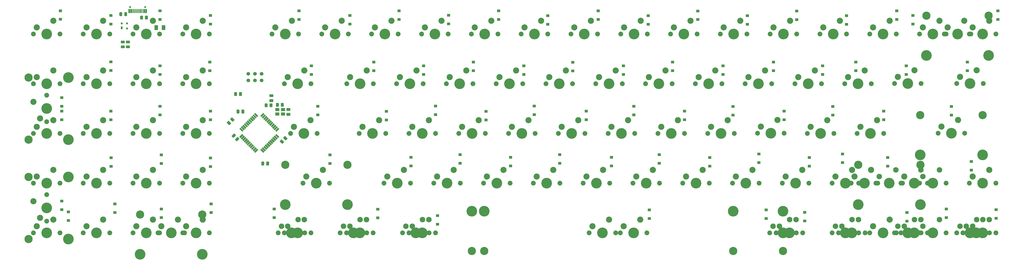
<source format=gbs>
G04 #@! TF.GenerationSoftware,KiCad,Pcbnew,(5.1.4)-1*
G04 #@! TF.CreationDate,2020-09-26T23:04:53-04:00*
G04 #@! TF.ProjectId,southpawpcbv2,736f7574-6870-4617-9770-636276322e6b,rev?*
G04 #@! TF.SameCoordinates,Original*
G04 #@! TF.FileFunction,Soldermask,Bot*
G04 #@! TF.FilePolarity,Negative*
%FSLAX46Y46*%
G04 Gerber Fmt 4.6, Leading zero omitted, Abs format (unit mm)*
G04 Created by KiCad (PCBNEW (5.1.4)-1) date 2020-09-26 23:04:53*
%MOMM*%
%LPD*%
G04 APERTURE LIST*
%ADD10R,1.300000X1.000000*%
%ADD11C,2.100000*%
%ADD12C,4.087800*%
%ADD13C,1.850000*%
%ADD14C,2.350000*%
%ADD15C,3.148000*%
%ADD16R,1.500000X1.300000*%
%ADD17R,0.700000X1.550000*%
%ADD18R,0.400000X1.550000*%
%ADD19C,0.750000*%
%ADD20C,0.100000*%
%ADD21C,1.075000*%
%ADD22C,1.408000*%
%ADD23C,1.350000*%
%ADD24R,0.800000X1.100000*%
%ADD25R,0.800000X0.700000*%
%ADD26C,0.650000*%
G04 APERTURE END LIST*
D10*
G04 #@! TO.C,D44*
X259842000Y10924000D03*
X259842000Y14224000D03*
G04 #@! TD*
D11*
G04 #@! TO.C,MX101*
X254127000Y11430000D03*
D12*
X251587000Y6350000D03*
D11*
X247777000Y8890000D03*
D13*
X246507000Y6350000D03*
X256667000Y6350000D03*
G04 #@! TD*
D14*
G04 #@! TO.C,MX13*
X20066000Y11430000D03*
D12*
X17526000Y6350000D03*
D14*
X13716000Y8890000D03*
D13*
X12446000Y6350000D03*
X22606000Y6350000D03*
D15*
X5619750Y13335000D03*
X29432250Y13335000D03*
D12*
X5619750Y-1905000D03*
X29432250Y-1905000D03*
G04 #@! TD*
D14*
G04 #@! TO.C,MX60*
X185039000Y11430000D03*
D12*
X182499000Y6350000D03*
D14*
X178689000Y8890000D03*
D13*
X177419000Y6350000D03*
X187579000Y6350000D03*
D15*
X132499100Y-635000D03*
X232498900Y-635000D03*
D12*
X132499100Y14605000D03*
X232498900Y14605000D03*
G04 #@! TD*
D14*
G04 #@! TO.C,MX61*
X196977000Y11430000D03*
D12*
X194437000Y6350000D03*
D14*
X190627000Y8890000D03*
D13*
X189357000Y6350000D03*
X199517000Y6350000D03*
D15*
X137287000Y-635000D03*
X251587000Y-635000D03*
D12*
X137287000Y14605000D03*
X251587000Y14605000D03*
G04 #@! TD*
D14*
G04 #@! TO.C,MX98*
X318535192Y49549869D03*
D12*
X315995192Y44469869D03*
D14*
X312185192Y47009869D03*
D13*
X310915192Y44469869D03*
X321075192Y44469869D03*
D15*
X304088942Y51454869D03*
X327901442Y51454869D03*
D12*
X304088942Y36214869D03*
X327901442Y36214869D03*
G04 #@! TD*
D10*
G04 #@! TO.C,D65*
X251968000Y49658000D03*
X251968000Y52958000D03*
G04 #@! TD*
G04 #@! TO.C,D60*
X232461861Y51448214D03*
X232461861Y54748214D03*
G04 #@! TD*
D14*
G04 #@! TO.C,MX68*
X230381206Y49494246D03*
D12*
X227841206Y44414246D03*
D14*
X224031206Y46954246D03*
D13*
X222761206Y44414246D03*
X232921206Y44414246D03*
G04 #@! TD*
D10*
G04 #@! TO.C,D6*
X-5588000Y86360000D03*
X-5588000Y89660000D03*
G04 #@! TD*
D14*
G04 #@! TO.C,MX38*
X101820341Y87629283D03*
D12*
X99280341Y82549283D03*
D14*
X95470341Y85089283D03*
D13*
X94200341Y82549283D03*
X104360341Y82549283D03*
G04 #@! TD*
D14*
G04 #@! TO.C,MX56*
X178054000Y87630000D03*
D12*
X175514000Y82550000D03*
D14*
X171704000Y85090000D03*
D13*
X170434000Y82550000D03*
X180594000Y82550000D03*
G04 #@! TD*
D11*
G04 #@! TO.C,MX93*
X304292000Y11430000D03*
D12*
X301752000Y6350000D03*
D11*
X297942000Y8890000D03*
D13*
X296672000Y6350000D03*
X306832000Y6350000D03*
G04 #@! TD*
D11*
G04 #@! TO.C,MX88*
X311404000Y11430000D03*
D12*
X308864000Y6350000D03*
D11*
X305054000Y8890000D03*
D13*
X303784000Y6350000D03*
X313944000Y6350000D03*
G04 #@! TD*
D11*
G04 #@! TO.C,MX104*
X301879000Y11430000D03*
D12*
X299339000Y6350000D03*
D11*
X295529000Y8890000D03*
D13*
X294259000Y6350000D03*
X304419000Y6350000D03*
G04 #@! TD*
D14*
G04 #@! TO.C,MX28*
X285242000Y30480000D03*
D12*
X282702000Y25400000D03*
D14*
X278892000Y27940000D03*
D13*
X277622000Y25400000D03*
X287782000Y25400000D03*
G04 #@! TD*
D14*
G04 #@! TO.C,MX12*
X-8509000Y11430000D03*
D12*
X-11049000Y6350000D03*
D14*
X-14859000Y8890000D03*
D13*
X-16129000Y6350000D03*
X-5969000Y6350000D03*
G04 #@! TD*
D14*
G04 #@! TO.C,MX97*
X325664788Y68599096D03*
D12*
X323124788Y63519096D03*
D14*
X319314788Y66059096D03*
D13*
X318044788Y63519096D03*
X328204788Y63519096D03*
G04 #@! TD*
D11*
G04 #@! TO.C,MX24*
X66040000Y11430000D03*
D12*
X63500000Y6350000D03*
D11*
X59690000Y8890000D03*
D13*
X58420000Y6350000D03*
X68580000Y6350000D03*
G04 #@! TD*
D11*
G04 #@! TO.C,MX81*
X280416000Y11430000D03*
D12*
X277876000Y6350000D03*
D11*
X274066000Y8890000D03*
D13*
X272796000Y6350000D03*
X282956000Y6350000D03*
G04 #@! TD*
D16*
G04 #@! TO.C,Y1*
X60332800Y53555000D03*
X58132800Y53555000D03*
X58132800Y51855000D03*
X60332800Y51855000D03*
G04 #@! TD*
D17*
G04 #@! TO.C,USB1*
X7873200Y91365000D03*
X1423200Y91365000D03*
X7098200Y91365000D03*
X2198200Y91365000D03*
D18*
X2898200Y91365000D03*
X6398200Y91365000D03*
X3398200Y91365000D03*
X5898200Y91365000D03*
X3898200Y91365000D03*
X5398200Y91365000D03*
X4898200Y91365000D03*
X4398200Y91365000D03*
D19*
X7538200Y92810000D03*
X1758200Y92810000D03*
G04 #@! TD*
D20*
G04 #@! TO.C,R6*
G36*
X52824592Y33641706D02*
G01*
X52850681Y33637836D01*
X52876264Y33631428D01*
X52901096Y33622543D01*
X52924938Y33611266D01*
X52947560Y33597707D01*
X52968743Y33581997D01*
X52988285Y33564285D01*
X53005997Y33544743D01*
X53021707Y33523560D01*
X53035266Y33500938D01*
X53046543Y33477096D01*
X53055428Y33452264D01*
X53061836Y33426681D01*
X53065706Y33400592D01*
X53067000Y33374250D01*
X53067000Y32411750D01*
X53065706Y32385408D01*
X53061836Y32359319D01*
X53055428Y32333736D01*
X53046543Y32308904D01*
X53035266Y32285062D01*
X53021707Y32262440D01*
X53005997Y32241257D01*
X52988285Y32221715D01*
X52968743Y32204003D01*
X52947560Y32188293D01*
X52924938Y32174734D01*
X52901096Y32163457D01*
X52876264Y32154572D01*
X52850681Y32148164D01*
X52824592Y32144294D01*
X52798250Y32143000D01*
X52260750Y32143000D01*
X52234408Y32144294D01*
X52208319Y32148164D01*
X52182736Y32154572D01*
X52157904Y32163457D01*
X52134062Y32174734D01*
X52111440Y32188293D01*
X52090257Y32204003D01*
X52070715Y32221715D01*
X52053003Y32241257D01*
X52037293Y32262440D01*
X52023734Y32285062D01*
X52012457Y32308904D01*
X52003572Y32333736D01*
X51997164Y32359319D01*
X51993294Y32385408D01*
X51992000Y32411750D01*
X51992000Y33374250D01*
X51993294Y33400592D01*
X51997164Y33426681D01*
X52003572Y33452264D01*
X52012457Y33477096D01*
X52023734Y33500938D01*
X52037293Y33523560D01*
X52053003Y33544743D01*
X52070715Y33564285D01*
X52090257Y33581997D01*
X52111440Y33597707D01*
X52134062Y33611266D01*
X52157904Y33622543D01*
X52182736Y33631428D01*
X52208319Y33637836D01*
X52234408Y33641706D01*
X52260750Y33643000D01*
X52798250Y33643000D01*
X52824592Y33641706D01*
X52824592Y33641706D01*
G37*
D21*
X52529500Y32893000D03*
D20*
G36*
X54699592Y33641706D02*
G01*
X54725681Y33637836D01*
X54751264Y33631428D01*
X54776096Y33622543D01*
X54799938Y33611266D01*
X54822560Y33597707D01*
X54843743Y33581997D01*
X54863285Y33564285D01*
X54880997Y33544743D01*
X54896707Y33523560D01*
X54910266Y33500938D01*
X54921543Y33477096D01*
X54930428Y33452264D01*
X54936836Y33426681D01*
X54940706Y33400592D01*
X54942000Y33374250D01*
X54942000Y32411750D01*
X54940706Y32385408D01*
X54936836Y32359319D01*
X54930428Y32333736D01*
X54921543Y32308904D01*
X54910266Y32285062D01*
X54896707Y32262440D01*
X54880997Y32241257D01*
X54863285Y32221715D01*
X54843743Y32204003D01*
X54822560Y32188293D01*
X54799938Y32174734D01*
X54776096Y32163457D01*
X54751264Y32154572D01*
X54725681Y32148164D01*
X54699592Y32144294D01*
X54673250Y32143000D01*
X54135750Y32143000D01*
X54109408Y32144294D01*
X54083319Y32148164D01*
X54057736Y32154572D01*
X54032904Y32163457D01*
X54009062Y32174734D01*
X53986440Y32188293D01*
X53965257Y32204003D01*
X53945715Y32221715D01*
X53928003Y32241257D01*
X53912293Y32262440D01*
X53898734Y32285062D01*
X53887457Y32308904D01*
X53878572Y32333736D01*
X53872164Y32359319D01*
X53868294Y32385408D01*
X53867000Y32411750D01*
X53867000Y33374250D01*
X53868294Y33400592D01*
X53872164Y33426681D01*
X53878572Y33452264D01*
X53887457Y33477096D01*
X53898734Y33500938D01*
X53912293Y33523560D01*
X53928003Y33544743D01*
X53945715Y33564285D01*
X53965257Y33581997D01*
X53986440Y33597707D01*
X54009062Y33611266D01*
X54032904Y33622543D01*
X54057736Y33631428D01*
X54083319Y33637836D01*
X54109408Y33641706D01*
X54135750Y33643000D01*
X54673250Y33643000D01*
X54699592Y33641706D01*
X54699592Y33641706D01*
G37*
D21*
X54404500Y32893000D03*
G04 #@! TD*
D20*
G04 #@! TO.C,R5*
G36*
X-1478308Y90918706D02*
G01*
X-1452219Y90914836D01*
X-1426636Y90908428D01*
X-1401804Y90899543D01*
X-1377962Y90888266D01*
X-1355340Y90874707D01*
X-1334157Y90858997D01*
X-1314615Y90841285D01*
X-1296903Y90821743D01*
X-1281193Y90800560D01*
X-1267634Y90777938D01*
X-1256357Y90754096D01*
X-1247472Y90729264D01*
X-1241064Y90703681D01*
X-1237194Y90677592D01*
X-1235900Y90651250D01*
X-1235900Y89688750D01*
X-1237194Y89662408D01*
X-1241064Y89636319D01*
X-1247472Y89610736D01*
X-1256357Y89585904D01*
X-1267634Y89562062D01*
X-1281193Y89539440D01*
X-1296903Y89518257D01*
X-1314615Y89498715D01*
X-1334157Y89481003D01*
X-1355340Y89465293D01*
X-1377962Y89451734D01*
X-1401804Y89440457D01*
X-1426636Y89431572D01*
X-1452219Y89425164D01*
X-1478308Y89421294D01*
X-1504650Y89420000D01*
X-2042150Y89420000D01*
X-2068492Y89421294D01*
X-2094581Y89425164D01*
X-2120164Y89431572D01*
X-2144996Y89440457D01*
X-2168838Y89451734D01*
X-2191460Y89465293D01*
X-2212643Y89481003D01*
X-2232185Y89498715D01*
X-2249897Y89518257D01*
X-2265607Y89539440D01*
X-2279166Y89562062D01*
X-2290443Y89585904D01*
X-2299328Y89610736D01*
X-2305736Y89636319D01*
X-2309606Y89662408D01*
X-2310900Y89688750D01*
X-2310900Y90651250D01*
X-2309606Y90677592D01*
X-2305736Y90703681D01*
X-2299328Y90729264D01*
X-2290443Y90754096D01*
X-2279166Y90777938D01*
X-2265607Y90800560D01*
X-2249897Y90821743D01*
X-2232185Y90841285D01*
X-2212643Y90858997D01*
X-2191460Y90874707D01*
X-2168838Y90888266D01*
X-2144996Y90899543D01*
X-2120164Y90908428D01*
X-2094581Y90914836D01*
X-2068492Y90918706D01*
X-2042150Y90920000D01*
X-1504650Y90920000D01*
X-1478308Y90918706D01*
X-1478308Y90918706D01*
G37*
D21*
X-1773400Y90170000D03*
D20*
G36*
X396692Y90918706D02*
G01*
X422781Y90914836D01*
X448364Y90908428D01*
X473196Y90899543D01*
X497038Y90888266D01*
X519660Y90874707D01*
X540843Y90858997D01*
X560385Y90841285D01*
X578097Y90821743D01*
X593807Y90800560D01*
X607366Y90777938D01*
X618643Y90754096D01*
X627528Y90729264D01*
X633936Y90703681D01*
X637806Y90677592D01*
X639100Y90651250D01*
X639100Y89688750D01*
X637806Y89662408D01*
X633936Y89636319D01*
X627528Y89610736D01*
X618643Y89585904D01*
X607366Y89562062D01*
X593807Y89539440D01*
X578097Y89518257D01*
X560385Y89498715D01*
X540843Y89481003D01*
X519660Y89465293D01*
X497038Y89451734D01*
X473196Y89440457D01*
X448364Y89431572D01*
X422781Y89425164D01*
X396692Y89421294D01*
X370350Y89420000D01*
X-167150Y89420000D01*
X-193492Y89421294D01*
X-219581Y89425164D01*
X-245164Y89431572D01*
X-269996Y89440457D01*
X-293838Y89451734D01*
X-316460Y89465293D01*
X-337643Y89481003D01*
X-357185Y89498715D01*
X-374897Y89518257D01*
X-390607Y89539440D01*
X-404166Y89562062D01*
X-415443Y89585904D01*
X-424328Y89610736D01*
X-430736Y89636319D01*
X-434606Y89662408D01*
X-435900Y89688750D01*
X-435900Y90651250D01*
X-434606Y90677592D01*
X-430736Y90703681D01*
X-424328Y90729264D01*
X-415443Y90754096D01*
X-404166Y90777938D01*
X-390607Y90800560D01*
X-374897Y90821743D01*
X-357185Y90841285D01*
X-337643Y90858997D01*
X-316460Y90874707D01*
X-293838Y90888266D01*
X-269996Y90899543D01*
X-245164Y90908428D01*
X-219581Y90914836D01*
X-193492Y90918706D01*
X-167150Y90920000D01*
X370350Y90920000D01*
X396692Y90918706D01*
X396692Y90918706D01*
G37*
D21*
X101600Y90170000D03*
G04 #@! TD*
D20*
G04 #@! TO.C,R4*
G36*
X8344592Y89572506D02*
G01*
X8370681Y89568636D01*
X8396264Y89562228D01*
X8421096Y89553343D01*
X8444938Y89542066D01*
X8467560Y89528507D01*
X8488743Y89512797D01*
X8508285Y89495085D01*
X8525997Y89475543D01*
X8541707Y89454360D01*
X8555266Y89431738D01*
X8566543Y89407896D01*
X8575428Y89383064D01*
X8581836Y89357481D01*
X8585706Y89331392D01*
X8587000Y89305050D01*
X8587000Y88342550D01*
X8585706Y88316208D01*
X8581836Y88290119D01*
X8575428Y88264536D01*
X8566543Y88239704D01*
X8555266Y88215862D01*
X8541707Y88193240D01*
X8525997Y88172057D01*
X8508285Y88152515D01*
X8488743Y88134803D01*
X8467560Y88119093D01*
X8444938Y88105534D01*
X8421096Y88094257D01*
X8396264Y88085372D01*
X8370681Y88078964D01*
X8344592Y88075094D01*
X8318250Y88073800D01*
X7780750Y88073800D01*
X7754408Y88075094D01*
X7728319Y88078964D01*
X7702736Y88085372D01*
X7677904Y88094257D01*
X7654062Y88105534D01*
X7631440Y88119093D01*
X7610257Y88134803D01*
X7590715Y88152515D01*
X7573003Y88172057D01*
X7557293Y88193240D01*
X7543734Y88215862D01*
X7532457Y88239704D01*
X7523572Y88264536D01*
X7517164Y88290119D01*
X7513294Y88316208D01*
X7512000Y88342550D01*
X7512000Y89305050D01*
X7513294Y89331392D01*
X7517164Y89357481D01*
X7523572Y89383064D01*
X7532457Y89407896D01*
X7543734Y89431738D01*
X7557293Y89454360D01*
X7573003Y89475543D01*
X7590715Y89495085D01*
X7610257Y89512797D01*
X7631440Y89528507D01*
X7654062Y89542066D01*
X7677904Y89553343D01*
X7702736Y89562228D01*
X7728319Y89568636D01*
X7754408Y89572506D01*
X7780750Y89573800D01*
X8318250Y89573800D01*
X8344592Y89572506D01*
X8344592Y89572506D01*
G37*
D21*
X8049500Y88823800D03*
D20*
G36*
X6469592Y89572506D02*
G01*
X6495681Y89568636D01*
X6521264Y89562228D01*
X6546096Y89553343D01*
X6569938Y89542066D01*
X6592560Y89528507D01*
X6613743Y89512797D01*
X6633285Y89495085D01*
X6650997Y89475543D01*
X6666707Y89454360D01*
X6680266Y89431738D01*
X6691543Y89407896D01*
X6700428Y89383064D01*
X6706836Y89357481D01*
X6710706Y89331392D01*
X6712000Y89305050D01*
X6712000Y88342550D01*
X6710706Y88316208D01*
X6706836Y88290119D01*
X6700428Y88264536D01*
X6691543Y88239704D01*
X6680266Y88215862D01*
X6666707Y88193240D01*
X6650997Y88172057D01*
X6633285Y88152515D01*
X6613743Y88134803D01*
X6592560Y88119093D01*
X6569938Y88105534D01*
X6546096Y88094257D01*
X6521264Y88085372D01*
X6495681Y88078964D01*
X6469592Y88075094D01*
X6443250Y88073800D01*
X5905750Y88073800D01*
X5879408Y88075094D01*
X5853319Y88078964D01*
X5827736Y88085372D01*
X5802904Y88094257D01*
X5779062Y88105534D01*
X5756440Y88119093D01*
X5735257Y88134803D01*
X5715715Y88152515D01*
X5698003Y88172057D01*
X5682293Y88193240D01*
X5668734Y88215862D01*
X5657457Y88239704D01*
X5648572Y88264536D01*
X5642164Y88290119D01*
X5638294Y88316208D01*
X5637000Y88342550D01*
X5637000Y89305050D01*
X5638294Y89331392D01*
X5642164Y89357481D01*
X5648572Y89383064D01*
X5657457Y89407896D01*
X5668734Y89431738D01*
X5682293Y89454360D01*
X5698003Y89475543D01*
X5715715Y89495085D01*
X5735257Y89512797D01*
X5756440Y89528507D01*
X5779062Y89542066D01*
X5802904Y89553343D01*
X5827736Y89562228D01*
X5853319Y89568636D01*
X5879408Y89572506D01*
X5905750Y89573800D01*
X6443250Y89573800D01*
X6469592Y89572506D01*
X6469592Y89572506D01*
G37*
D21*
X6174500Y88823800D03*
G04 #@! TD*
D20*
G04 #@! TO.C,R3*
G36*
X-508408Y80012806D02*
G01*
X-482319Y80008936D01*
X-456736Y80002528D01*
X-431904Y79993643D01*
X-408062Y79982366D01*
X-385440Y79968807D01*
X-364257Y79953097D01*
X-344715Y79935385D01*
X-327003Y79915843D01*
X-311293Y79894660D01*
X-297734Y79872038D01*
X-286457Y79848196D01*
X-277572Y79823364D01*
X-271164Y79797781D01*
X-267294Y79771692D01*
X-266000Y79745350D01*
X-266000Y79207850D01*
X-267294Y79181508D01*
X-271164Y79155419D01*
X-277572Y79129836D01*
X-286457Y79105004D01*
X-297734Y79081162D01*
X-311293Y79058540D01*
X-327003Y79037357D01*
X-344715Y79017815D01*
X-364257Y79000103D01*
X-385440Y78984393D01*
X-408062Y78970834D01*
X-431904Y78959557D01*
X-456736Y78950672D01*
X-482319Y78944264D01*
X-508408Y78940394D01*
X-534750Y78939100D01*
X-1497250Y78939100D01*
X-1523592Y78940394D01*
X-1549681Y78944264D01*
X-1575264Y78950672D01*
X-1600096Y78959557D01*
X-1623938Y78970834D01*
X-1646560Y78984393D01*
X-1667743Y79000103D01*
X-1687285Y79017815D01*
X-1704997Y79037357D01*
X-1720707Y79058540D01*
X-1734266Y79081162D01*
X-1745543Y79105004D01*
X-1754428Y79129836D01*
X-1760836Y79155419D01*
X-1764706Y79181508D01*
X-1766000Y79207850D01*
X-1766000Y79745350D01*
X-1764706Y79771692D01*
X-1760836Y79797781D01*
X-1754428Y79823364D01*
X-1745543Y79848196D01*
X-1734266Y79872038D01*
X-1720707Y79894660D01*
X-1704997Y79915843D01*
X-1687285Y79935385D01*
X-1667743Y79953097D01*
X-1646560Y79968807D01*
X-1623938Y79982366D01*
X-1600096Y79993643D01*
X-1575264Y80002528D01*
X-1549681Y80008936D01*
X-1523592Y80012806D01*
X-1497250Y80014100D01*
X-534750Y80014100D01*
X-508408Y80012806D01*
X-508408Y80012806D01*
G37*
D21*
X-1016000Y79476600D03*
D20*
G36*
X-508408Y78137806D02*
G01*
X-482319Y78133936D01*
X-456736Y78127528D01*
X-431904Y78118643D01*
X-408062Y78107366D01*
X-385440Y78093807D01*
X-364257Y78078097D01*
X-344715Y78060385D01*
X-327003Y78040843D01*
X-311293Y78019660D01*
X-297734Y77997038D01*
X-286457Y77973196D01*
X-277572Y77948364D01*
X-271164Y77922781D01*
X-267294Y77896692D01*
X-266000Y77870350D01*
X-266000Y77332850D01*
X-267294Y77306508D01*
X-271164Y77280419D01*
X-277572Y77254836D01*
X-286457Y77230004D01*
X-297734Y77206162D01*
X-311293Y77183540D01*
X-327003Y77162357D01*
X-344715Y77142815D01*
X-364257Y77125103D01*
X-385440Y77109393D01*
X-408062Y77095834D01*
X-431904Y77084557D01*
X-456736Y77075672D01*
X-482319Y77069264D01*
X-508408Y77065394D01*
X-534750Y77064100D01*
X-1497250Y77064100D01*
X-1523592Y77065394D01*
X-1549681Y77069264D01*
X-1575264Y77075672D01*
X-1600096Y77084557D01*
X-1623938Y77095834D01*
X-1646560Y77109393D01*
X-1667743Y77125103D01*
X-1687285Y77142815D01*
X-1704997Y77162357D01*
X-1720707Y77183540D01*
X-1734266Y77206162D01*
X-1745543Y77230004D01*
X-1754428Y77254836D01*
X-1760836Y77280419D01*
X-1764706Y77306508D01*
X-1766000Y77332850D01*
X-1766000Y77870350D01*
X-1764706Y77896692D01*
X-1760836Y77922781D01*
X-1754428Y77948364D01*
X-1745543Y77973196D01*
X-1734266Y77997038D01*
X-1720707Y78019660D01*
X-1704997Y78040843D01*
X-1687285Y78060385D01*
X-1667743Y78078097D01*
X-1646560Y78093807D01*
X-1623938Y78107366D01*
X-1600096Y78118643D01*
X-1575264Y78127528D01*
X-1549681Y78133936D01*
X-1523592Y78137806D01*
X-1497250Y78139100D01*
X-534750Y78139100D01*
X-508408Y78137806D01*
X-508408Y78137806D01*
G37*
D21*
X-1016000Y77601600D03*
G04 #@! TD*
D20*
G04 #@! TO.C,R2*
G36*
X1472792Y80012806D02*
G01*
X1498881Y80008936D01*
X1524464Y80002528D01*
X1549296Y79993643D01*
X1573138Y79982366D01*
X1595760Y79968807D01*
X1616943Y79953097D01*
X1636485Y79935385D01*
X1654197Y79915843D01*
X1669907Y79894660D01*
X1683466Y79872038D01*
X1694743Y79848196D01*
X1703628Y79823364D01*
X1710036Y79797781D01*
X1713906Y79771692D01*
X1715200Y79745350D01*
X1715200Y79207850D01*
X1713906Y79181508D01*
X1710036Y79155419D01*
X1703628Y79129836D01*
X1694743Y79105004D01*
X1683466Y79081162D01*
X1669907Y79058540D01*
X1654197Y79037357D01*
X1636485Y79017815D01*
X1616943Y79000103D01*
X1595760Y78984393D01*
X1573138Y78970834D01*
X1549296Y78959557D01*
X1524464Y78950672D01*
X1498881Y78944264D01*
X1472792Y78940394D01*
X1446450Y78939100D01*
X483950Y78939100D01*
X457608Y78940394D01*
X431519Y78944264D01*
X405936Y78950672D01*
X381104Y78959557D01*
X357262Y78970834D01*
X334640Y78984393D01*
X313457Y79000103D01*
X293915Y79017815D01*
X276203Y79037357D01*
X260493Y79058540D01*
X246934Y79081162D01*
X235657Y79105004D01*
X226772Y79129836D01*
X220364Y79155419D01*
X216494Y79181508D01*
X215200Y79207850D01*
X215200Y79745350D01*
X216494Y79771692D01*
X220364Y79797781D01*
X226772Y79823364D01*
X235657Y79848196D01*
X246934Y79872038D01*
X260493Y79894660D01*
X276203Y79915843D01*
X293915Y79935385D01*
X313457Y79953097D01*
X334640Y79968807D01*
X357262Y79982366D01*
X381104Y79993643D01*
X405936Y80002528D01*
X431519Y80008936D01*
X457608Y80012806D01*
X483950Y80014100D01*
X1446450Y80014100D01*
X1472792Y80012806D01*
X1472792Y80012806D01*
G37*
D21*
X965200Y79476600D03*
D20*
G36*
X1472792Y78137806D02*
G01*
X1498881Y78133936D01*
X1524464Y78127528D01*
X1549296Y78118643D01*
X1573138Y78107366D01*
X1595760Y78093807D01*
X1616943Y78078097D01*
X1636485Y78060385D01*
X1654197Y78040843D01*
X1669907Y78019660D01*
X1683466Y77997038D01*
X1694743Y77973196D01*
X1703628Y77948364D01*
X1710036Y77922781D01*
X1713906Y77896692D01*
X1715200Y77870350D01*
X1715200Y77332850D01*
X1713906Y77306508D01*
X1710036Y77280419D01*
X1703628Y77254836D01*
X1694743Y77230004D01*
X1683466Y77206162D01*
X1669907Y77183540D01*
X1654197Y77162357D01*
X1636485Y77142815D01*
X1616943Y77125103D01*
X1595760Y77109393D01*
X1573138Y77095834D01*
X1549296Y77084557D01*
X1524464Y77075672D01*
X1498881Y77069264D01*
X1472792Y77065394D01*
X1446450Y77064100D01*
X483950Y77064100D01*
X457608Y77065394D01*
X431519Y77069264D01*
X405936Y77075672D01*
X381104Y77084557D01*
X357262Y77095834D01*
X334640Y77109393D01*
X313457Y77125103D01*
X293915Y77142815D01*
X276203Y77162357D01*
X260493Y77183540D01*
X246934Y77206162D01*
X235657Y77230004D01*
X226772Y77254836D01*
X220364Y77280419D01*
X216494Y77306508D01*
X215200Y77332850D01*
X215200Y77870350D01*
X216494Y77896692D01*
X220364Y77922781D01*
X226772Y77948364D01*
X235657Y77973196D01*
X246934Y77997038D01*
X260493Y78019660D01*
X276203Y78040843D01*
X293915Y78060385D01*
X313457Y78078097D01*
X334640Y78093807D01*
X357262Y78107366D01*
X381104Y78118643D01*
X405936Y78127528D01*
X431519Y78133936D01*
X457608Y78137806D01*
X483950Y78139100D01*
X1446450Y78139100D01*
X1472792Y78137806D01*
X1472792Y78137806D01*
G37*
D21*
X965200Y77601600D03*
G04 #@! TD*
D20*
G04 #@! TO.C,R1*
G36*
X56336792Y59434206D02*
G01*
X56362881Y59430336D01*
X56388464Y59423928D01*
X56413296Y59415043D01*
X56437138Y59403766D01*
X56459760Y59390207D01*
X56480943Y59374497D01*
X56500485Y59356785D01*
X56518197Y59337243D01*
X56533907Y59316060D01*
X56547466Y59293438D01*
X56558743Y59269596D01*
X56567628Y59244764D01*
X56574036Y59219181D01*
X56577906Y59193092D01*
X56579200Y59166750D01*
X56579200Y58629250D01*
X56577906Y58602908D01*
X56574036Y58576819D01*
X56567628Y58551236D01*
X56558743Y58526404D01*
X56547466Y58502562D01*
X56533907Y58479940D01*
X56518197Y58458757D01*
X56500485Y58439215D01*
X56480943Y58421503D01*
X56459760Y58405793D01*
X56437138Y58392234D01*
X56413296Y58380957D01*
X56388464Y58372072D01*
X56362881Y58365664D01*
X56336792Y58361794D01*
X56310450Y58360500D01*
X55347950Y58360500D01*
X55321608Y58361794D01*
X55295519Y58365664D01*
X55269936Y58372072D01*
X55245104Y58380957D01*
X55221262Y58392234D01*
X55198640Y58405793D01*
X55177457Y58421503D01*
X55157915Y58439215D01*
X55140203Y58458757D01*
X55124493Y58479940D01*
X55110934Y58502562D01*
X55099657Y58526404D01*
X55090772Y58551236D01*
X55084364Y58576819D01*
X55080494Y58602908D01*
X55079200Y58629250D01*
X55079200Y59166750D01*
X55080494Y59193092D01*
X55084364Y59219181D01*
X55090772Y59244764D01*
X55099657Y59269596D01*
X55110934Y59293438D01*
X55124493Y59316060D01*
X55140203Y59337243D01*
X55157915Y59356785D01*
X55177457Y59374497D01*
X55198640Y59390207D01*
X55221262Y59403766D01*
X55245104Y59415043D01*
X55269936Y59423928D01*
X55295519Y59430336D01*
X55321608Y59434206D01*
X55347950Y59435500D01*
X56310450Y59435500D01*
X56336792Y59434206D01*
X56336792Y59434206D01*
G37*
D21*
X55829200Y58898000D03*
D20*
G36*
X56336792Y57559206D02*
G01*
X56362881Y57555336D01*
X56388464Y57548928D01*
X56413296Y57540043D01*
X56437138Y57528766D01*
X56459760Y57515207D01*
X56480943Y57499497D01*
X56500485Y57481785D01*
X56518197Y57462243D01*
X56533907Y57441060D01*
X56547466Y57418438D01*
X56558743Y57394596D01*
X56567628Y57369764D01*
X56574036Y57344181D01*
X56577906Y57318092D01*
X56579200Y57291750D01*
X56579200Y56754250D01*
X56577906Y56727908D01*
X56574036Y56701819D01*
X56567628Y56676236D01*
X56558743Y56651404D01*
X56547466Y56627562D01*
X56533907Y56604940D01*
X56518197Y56583757D01*
X56500485Y56564215D01*
X56480943Y56546503D01*
X56459760Y56530793D01*
X56437138Y56517234D01*
X56413296Y56505957D01*
X56388464Y56497072D01*
X56362881Y56490664D01*
X56336792Y56486794D01*
X56310450Y56485500D01*
X55347950Y56485500D01*
X55321608Y56486794D01*
X55295519Y56490664D01*
X55269936Y56497072D01*
X55245104Y56505957D01*
X55221262Y56517234D01*
X55198640Y56530793D01*
X55177457Y56546503D01*
X55157915Y56564215D01*
X55140203Y56583757D01*
X55124493Y56604940D01*
X55110934Y56627562D01*
X55099657Y56651404D01*
X55090772Y56676236D01*
X55084364Y56701819D01*
X55080494Y56727908D01*
X55079200Y56754250D01*
X55079200Y57291750D01*
X55080494Y57318092D01*
X55084364Y57344181D01*
X55090772Y57369764D01*
X55099657Y57394596D01*
X55110934Y57418438D01*
X55124493Y57441060D01*
X55140203Y57462243D01*
X55157915Y57481785D01*
X55177457Y57499497D01*
X55198640Y57515207D01*
X55221262Y57528766D01*
X55245104Y57540043D01*
X55269936Y57548928D01*
X55295519Y57555336D01*
X55321608Y57559206D01*
X55347950Y57560500D01*
X56310450Y57560500D01*
X56336792Y57559206D01*
X56336792Y57559206D01*
G37*
D21*
X55829200Y57023000D03*
G04 #@! TD*
D22*
G04 #@! TO.C,J1*
X52070000Y64770000D03*
X52070000Y67310000D03*
X46990000Y67310000D03*
X46990000Y64770000D03*
X49530000Y67310000D03*
X49530000Y64770000D03*
G04 #@! TD*
D20*
G04 #@! TO.C,F1*
G36*
X15011065Y85912100D02*
G01*
X15037274Y85908212D01*
X15062977Y85901774D01*
X15087925Y85892847D01*
X15111877Y85881519D01*
X15134604Y85867897D01*
X15155886Y85852113D01*
X15175519Y85834319D01*
X15193313Y85814686D01*
X15209097Y85793404D01*
X15222719Y85770677D01*
X15234047Y85746725D01*
X15242974Y85721777D01*
X15249412Y85696074D01*
X15253300Y85669865D01*
X15254600Y85643400D01*
X15254600Y84333400D01*
X15253300Y84306935D01*
X15249412Y84280726D01*
X15242974Y84255023D01*
X15234047Y84230075D01*
X15222719Y84206123D01*
X15209097Y84183396D01*
X15193313Y84162114D01*
X15175519Y84142481D01*
X15155886Y84124687D01*
X15134604Y84108903D01*
X15111877Y84095281D01*
X15087925Y84083953D01*
X15062977Y84075026D01*
X15037274Y84068588D01*
X15011065Y84064700D01*
X14984600Y84063400D01*
X14174600Y84063400D01*
X14148135Y84064700D01*
X14121926Y84068588D01*
X14096223Y84075026D01*
X14071275Y84083953D01*
X14047323Y84095281D01*
X14024596Y84108903D01*
X14003314Y84124687D01*
X13983681Y84142481D01*
X13965887Y84162114D01*
X13950103Y84183396D01*
X13936481Y84206123D01*
X13925153Y84230075D01*
X13916226Y84255023D01*
X13909788Y84280726D01*
X13905900Y84306935D01*
X13904600Y84333400D01*
X13904600Y85643400D01*
X13905900Y85669865D01*
X13909788Y85696074D01*
X13916226Y85721777D01*
X13925153Y85746725D01*
X13936481Y85770677D01*
X13950103Y85793404D01*
X13965887Y85814686D01*
X13983681Y85834319D01*
X14003314Y85852113D01*
X14024596Y85867897D01*
X14047323Y85881519D01*
X14071275Y85892847D01*
X14096223Y85901774D01*
X14121926Y85908212D01*
X14148135Y85912100D01*
X14174600Y85913400D01*
X14984600Y85913400D01*
X15011065Y85912100D01*
X15011065Y85912100D01*
G37*
D23*
X14579600Y84988400D03*
D20*
G36*
X12211065Y85912100D02*
G01*
X12237274Y85908212D01*
X12262977Y85901774D01*
X12287925Y85892847D01*
X12311877Y85881519D01*
X12334604Y85867897D01*
X12355886Y85852113D01*
X12375519Y85834319D01*
X12393313Y85814686D01*
X12409097Y85793404D01*
X12422719Y85770677D01*
X12434047Y85746725D01*
X12442974Y85721777D01*
X12449412Y85696074D01*
X12453300Y85669865D01*
X12454600Y85643400D01*
X12454600Y84333400D01*
X12453300Y84306935D01*
X12449412Y84280726D01*
X12442974Y84255023D01*
X12434047Y84230075D01*
X12422719Y84206123D01*
X12409097Y84183396D01*
X12393313Y84162114D01*
X12375519Y84142481D01*
X12355886Y84124687D01*
X12334604Y84108903D01*
X12311877Y84095281D01*
X12287925Y84083953D01*
X12262977Y84075026D01*
X12237274Y84068588D01*
X12211065Y84064700D01*
X12184600Y84063400D01*
X11374600Y84063400D01*
X11348135Y84064700D01*
X11321926Y84068588D01*
X11296223Y84075026D01*
X11271275Y84083953D01*
X11247323Y84095281D01*
X11224596Y84108903D01*
X11203314Y84124687D01*
X11183681Y84142481D01*
X11165887Y84162114D01*
X11150103Y84183396D01*
X11136481Y84206123D01*
X11125153Y84230075D01*
X11116226Y84255023D01*
X11109788Y84280726D01*
X11105900Y84306935D01*
X11104600Y84333400D01*
X11104600Y85643400D01*
X11105900Y85669865D01*
X11109788Y85696074D01*
X11116226Y85721777D01*
X11125153Y85746725D01*
X11136481Y85770677D01*
X11150103Y85793404D01*
X11165887Y85814686D01*
X11183681Y85834319D01*
X11203314Y85852113D01*
X11224596Y85867897D01*
X11247323Y85881519D01*
X11271275Y85892847D01*
X11296223Y85901774D01*
X11321926Y85908212D01*
X11348135Y85912100D01*
X11374600Y85913400D01*
X12184600Y85913400D01*
X12211065Y85912100D01*
X12211065Y85912100D01*
G37*
D23*
X11779600Y84988400D03*
G04 #@! TD*
D24*
G04 #@! TO.C,D79*
X-1390400Y84863200D03*
D25*
X609600Y86563200D03*
X609600Y84663200D03*
X-1390400Y86563200D03*
G04 #@! TD*
D20*
G04 #@! TO.C,C8*
G36*
X61054495Y43434199D02*
G01*
X61080584Y43430329D01*
X61106167Y43423921D01*
X61130999Y43415036D01*
X61154841Y43403759D01*
X61177463Y43390200D01*
X61198646Y43374490D01*
X61218188Y43356778D01*
X61898778Y42676188D01*
X61916490Y42656646D01*
X61932200Y42635463D01*
X61945759Y42612841D01*
X61957036Y42588999D01*
X61965921Y42564167D01*
X61972329Y42538584D01*
X61976199Y42512495D01*
X61977493Y42486153D01*
X61976199Y42459811D01*
X61972329Y42433722D01*
X61965921Y42408139D01*
X61957036Y42383307D01*
X61945759Y42359465D01*
X61932200Y42336843D01*
X61916490Y42315660D01*
X61898778Y42296118D01*
X61518708Y41916048D01*
X61499166Y41898336D01*
X61477983Y41882626D01*
X61455361Y41869067D01*
X61431519Y41857790D01*
X61406687Y41848905D01*
X61381104Y41842497D01*
X61355015Y41838627D01*
X61328673Y41837333D01*
X61302331Y41838627D01*
X61276242Y41842497D01*
X61250659Y41848905D01*
X61225827Y41857790D01*
X61201985Y41869067D01*
X61179363Y41882626D01*
X61158180Y41898336D01*
X61138638Y41916048D01*
X60458048Y42596638D01*
X60440336Y42616180D01*
X60424626Y42637363D01*
X60411067Y42659985D01*
X60399790Y42683827D01*
X60390905Y42708659D01*
X60384497Y42734242D01*
X60380627Y42760331D01*
X60379333Y42786673D01*
X60380627Y42813015D01*
X60384497Y42839104D01*
X60390905Y42864687D01*
X60399790Y42889519D01*
X60411067Y42913361D01*
X60424626Y42935983D01*
X60440336Y42957166D01*
X60458048Y42976708D01*
X60838118Y43356778D01*
X60857660Y43374490D01*
X60878843Y43390200D01*
X60901465Y43403759D01*
X60925307Y43415036D01*
X60950139Y43423921D01*
X60975722Y43430329D01*
X61001811Y43434199D01*
X61028153Y43435493D01*
X61054495Y43434199D01*
X61054495Y43434199D01*
G37*
D21*
X61178413Y42636413D03*
D20*
G36*
X59728669Y42108373D02*
G01*
X59754758Y42104503D01*
X59780341Y42098095D01*
X59805173Y42089210D01*
X59829015Y42077933D01*
X59851637Y42064374D01*
X59872820Y42048664D01*
X59892362Y42030952D01*
X60572952Y41350362D01*
X60590664Y41330820D01*
X60606374Y41309637D01*
X60619933Y41287015D01*
X60631210Y41263173D01*
X60640095Y41238341D01*
X60646503Y41212758D01*
X60650373Y41186669D01*
X60651667Y41160327D01*
X60650373Y41133985D01*
X60646503Y41107896D01*
X60640095Y41082313D01*
X60631210Y41057481D01*
X60619933Y41033639D01*
X60606374Y41011017D01*
X60590664Y40989834D01*
X60572952Y40970292D01*
X60192882Y40590222D01*
X60173340Y40572510D01*
X60152157Y40556800D01*
X60129535Y40543241D01*
X60105693Y40531964D01*
X60080861Y40523079D01*
X60055278Y40516671D01*
X60029189Y40512801D01*
X60002847Y40511507D01*
X59976505Y40512801D01*
X59950416Y40516671D01*
X59924833Y40523079D01*
X59900001Y40531964D01*
X59876159Y40543241D01*
X59853537Y40556800D01*
X59832354Y40572510D01*
X59812812Y40590222D01*
X59132222Y41270812D01*
X59114510Y41290354D01*
X59098800Y41311537D01*
X59085241Y41334159D01*
X59073964Y41358001D01*
X59065079Y41382833D01*
X59058671Y41408416D01*
X59054801Y41434505D01*
X59053507Y41460847D01*
X59054801Y41487189D01*
X59058671Y41513278D01*
X59065079Y41538861D01*
X59073964Y41563693D01*
X59085241Y41587535D01*
X59098800Y41610157D01*
X59114510Y41631340D01*
X59132222Y41650882D01*
X59512292Y42030952D01*
X59531834Y42048664D01*
X59553017Y42064374D01*
X59575639Y42077933D01*
X59599481Y42089210D01*
X59624313Y42098095D01*
X59649896Y42104503D01*
X59675985Y42108373D01*
X59702327Y42109667D01*
X59728669Y42108373D01*
X59728669Y42108373D01*
G37*
D21*
X59852587Y41310587D03*
G04 #@! TD*
D20*
G04 #@! TO.C,C7*
G36*
X45223092Y53580706D02*
G01*
X45249181Y53576836D01*
X45274764Y53570428D01*
X45299596Y53561543D01*
X45323438Y53550266D01*
X45346060Y53536707D01*
X45367243Y53520997D01*
X45386785Y53503285D01*
X45404497Y53483743D01*
X45420207Y53462560D01*
X45433766Y53439938D01*
X45445043Y53416096D01*
X45453928Y53391264D01*
X45460336Y53365681D01*
X45464206Y53339592D01*
X45465500Y53313250D01*
X45465500Y52350750D01*
X45464206Y52324408D01*
X45460336Y52298319D01*
X45453928Y52272736D01*
X45445043Y52247904D01*
X45433766Y52224062D01*
X45420207Y52201440D01*
X45404497Y52180257D01*
X45386785Y52160715D01*
X45367243Y52143003D01*
X45346060Y52127293D01*
X45323438Y52113734D01*
X45299596Y52102457D01*
X45274764Y52093572D01*
X45249181Y52087164D01*
X45223092Y52083294D01*
X45196750Y52082000D01*
X44659250Y52082000D01*
X44632908Y52083294D01*
X44606819Y52087164D01*
X44581236Y52093572D01*
X44556404Y52102457D01*
X44532562Y52113734D01*
X44509940Y52127293D01*
X44488757Y52143003D01*
X44469215Y52160715D01*
X44451503Y52180257D01*
X44435793Y52201440D01*
X44422234Y52224062D01*
X44410957Y52247904D01*
X44402072Y52272736D01*
X44395664Y52298319D01*
X44391794Y52324408D01*
X44390500Y52350750D01*
X44390500Y53313250D01*
X44391794Y53339592D01*
X44395664Y53365681D01*
X44402072Y53391264D01*
X44410957Y53416096D01*
X44422234Y53439938D01*
X44435793Y53462560D01*
X44451503Y53483743D01*
X44469215Y53503285D01*
X44488757Y53520997D01*
X44509940Y53536707D01*
X44532562Y53550266D01*
X44556404Y53561543D01*
X44581236Y53570428D01*
X44606819Y53576836D01*
X44632908Y53580706D01*
X44659250Y53582000D01*
X45196750Y53582000D01*
X45223092Y53580706D01*
X45223092Y53580706D01*
G37*
D21*
X44928000Y52832000D03*
D20*
G36*
X43348092Y53580706D02*
G01*
X43374181Y53576836D01*
X43399764Y53570428D01*
X43424596Y53561543D01*
X43448438Y53550266D01*
X43471060Y53536707D01*
X43492243Y53520997D01*
X43511785Y53503285D01*
X43529497Y53483743D01*
X43545207Y53462560D01*
X43558766Y53439938D01*
X43570043Y53416096D01*
X43578928Y53391264D01*
X43585336Y53365681D01*
X43589206Y53339592D01*
X43590500Y53313250D01*
X43590500Y52350750D01*
X43589206Y52324408D01*
X43585336Y52298319D01*
X43578928Y52272736D01*
X43570043Y52247904D01*
X43558766Y52224062D01*
X43545207Y52201440D01*
X43529497Y52180257D01*
X43511785Y52160715D01*
X43492243Y52143003D01*
X43471060Y52127293D01*
X43448438Y52113734D01*
X43424596Y52102457D01*
X43399764Y52093572D01*
X43374181Y52087164D01*
X43348092Y52083294D01*
X43321750Y52082000D01*
X42784250Y52082000D01*
X42757908Y52083294D01*
X42731819Y52087164D01*
X42706236Y52093572D01*
X42681404Y52102457D01*
X42657562Y52113734D01*
X42634940Y52127293D01*
X42613757Y52143003D01*
X42594215Y52160715D01*
X42576503Y52180257D01*
X42560793Y52201440D01*
X42547234Y52224062D01*
X42535957Y52247904D01*
X42527072Y52272736D01*
X42520664Y52298319D01*
X42516794Y52324408D01*
X42515500Y52350750D01*
X42515500Y53313250D01*
X42516794Y53339592D01*
X42520664Y53365681D01*
X42527072Y53391264D01*
X42535957Y53416096D01*
X42547234Y53439938D01*
X42560793Y53462560D01*
X42576503Y53483743D01*
X42594215Y53503285D01*
X42613757Y53520997D01*
X42634940Y53536707D01*
X42657562Y53550266D01*
X42681404Y53561543D01*
X42706236Y53570428D01*
X42731819Y53576836D01*
X42757908Y53580706D01*
X42784250Y53582000D01*
X43321750Y53582000D01*
X43348092Y53580706D01*
X43348092Y53580706D01*
G37*
D21*
X43053000Y52832000D03*
G04 #@! TD*
D20*
G04 #@! TO.C,C6*
G36*
X44313505Y60276119D02*
G01*
X44339594Y60272249D01*
X44365177Y60265841D01*
X44390009Y60256956D01*
X44413851Y60245679D01*
X44436473Y60232120D01*
X44457656Y60216410D01*
X44477198Y60198698D01*
X44494910Y60179156D01*
X44510620Y60157973D01*
X44524179Y60135351D01*
X44535456Y60111509D01*
X44544341Y60086677D01*
X44550749Y60061094D01*
X44554619Y60035005D01*
X44555913Y60008663D01*
X44555913Y59046163D01*
X44554619Y59019821D01*
X44550749Y58993732D01*
X44544341Y58968149D01*
X44535456Y58943317D01*
X44524179Y58919475D01*
X44510620Y58896853D01*
X44494910Y58875670D01*
X44477198Y58856128D01*
X44457656Y58838416D01*
X44436473Y58822706D01*
X44413851Y58809147D01*
X44390009Y58797870D01*
X44365177Y58788985D01*
X44339594Y58782577D01*
X44313505Y58778707D01*
X44287163Y58777413D01*
X43749663Y58777413D01*
X43723321Y58778707D01*
X43697232Y58782577D01*
X43671649Y58788985D01*
X43646817Y58797870D01*
X43622975Y58809147D01*
X43600353Y58822706D01*
X43579170Y58838416D01*
X43559628Y58856128D01*
X43541916Y58875670D01*
X43526206Y58896853D01*
X43512647Y58919475D01*
X43501370Y58943317D01*
X43492485Y58968149D01*
X43486077Y58993732D01*
X43482207Y59019821D01*
X43480913Y59046163D01*
X43480913Y60008663D01*
X43482207Y60035005D01*
X43486077Y60061094D01*
X43492485Y60086677D01*
X43501370Y60111509D01*
X43512647Y60135351D01*
X43526206Y60157973D01*
X43541916Y60179156D01*
X43559628Y60198698D01*
X43579170Y60216410D01*
X43600353Y60232120D01*
X43622975Y60245679D01*
X43646817Y60256956D01*
X43671649Y60265841D01*
X43697232Y60272249D01*
X43723321Y60276119D01*
X43749663Y60277413D01*
X44287163Y60277413D01*
X44313505Y60276119D01*
X44313505Y60276119D01*
G37*
D21*
X44018413Y59527413D03*
D20*
G36*
X42438505Y60276119D02*
G01*
X42464594Y60272249D01*
X42490177Y60265841D01*
X42515009Y60256956D01*
X42538851Y60245679D01*
X42561473Y60232120D01*
X42582656Y60216410D01*
X42602198Y60198698D01*
X42619910Y60179156D01*
X42635620Y60157973D01*
X42649179Y60135351D01*
X42660456Y60111509D01*
X42669341Y60086677D01*
X42675749Y60061094D01*
X42679619Y60035005D01*
X42680913Y60008663D01*
X42680913Y59046163D01*
X42679619Y59019821D01*
X42675749Y58993732D01*
X42669341Y58968149D01*
X42660456Y58943317D01*
X42649179Y58919475D01*
X42635620Y58896853D01*
X42619910Y58875670D01*
X42602198Y58856128D01*
X42582656Y58838416D01*
X42561473Y58822706D01*
X42538851Y58809147D01*
X42515009Y58797870D01*
X42490177Y58788985D01*
X42464594Y58782577D01*
X42438505Y58778707D01*
X42412163Y58777413D01*
X41874663Y58777413D01*
X41848321Y58778707D01*
X41822232Y58782577D01*
X41796649Y58788985D01*
X41771817Y58797870D01*
X41747975Y58809147D01*
X41725353Y58822706D01*
X41704170Y58838416D01*
X41684628Y58856128D01*
X41666916Y58875670D01*
X41651206Y58896853D01*
X41637647Y58919475D01*
X41626370Y58943317D01*
X41617485Y58968149D01*
X41611077Y58993732D01*
X41607207Y59019821D01*
X41605913Y59046163D01*
X41605913Y60008663D01*
X41607207Y60035005D01*
X41611077Y60061094D01*
X41617485Y60086677D01*
X41626370Y60111509D01*
X41637647Y60135351D01*
X41651206Y60157973D01*
X41666916Y60179156D01*
X41684628Y60198698D01*
X41704170Y60216410D01*
X41725353Y60232120D01*
X41747975Y60245679D01*
X41771817Y60256956D01*
X41796649Y60265841D01*
X41822232Y60272249D01*
X41848321Y60276119D01*
X41874663Y60277413D01*
X42412163Y60277413D01*
X42438505Y60276119D01*
X42438505Y60276119D01*
G37*
D21*
X42143413Y59527413D03*
G04 #@! TD*
D20*
G04 #@! TO.C,C5*
G36*
X58414892Y56146106D02*
G01*
X58440981Y56142236D01*
X58466564Y56135828D01*
X58491396Y56126943D01*
X58515238Y56115666D01*
X58537860Y56102107D01*
X58559043Y56086397D01*
X58578585Y56068685D01*
X58596297Y56049143D01*
X58612007Y56027960D01*
X58625566Y56005338D01*
X58636843Y55981496D01*
X58645728Y55956664D01*
X58652136Y55931081D01*
X58656006Y55904992D01*
X58657300Y55878650D01*
X58657300Y54916150D01*
X58656006Y54889808D01*
X58652136Y54863719D01*
X58645728Y54838136D01*
X58636843Y54813304D01*
X58625566Y54789462D01*
X58612007Y54766840D01*
X58596297Y54745657D01*
X58578585Y54726115D01*
X58559043Y54708403D01*
X58537860Y54692693D01*
X58515238Y54679134D01*
X58491396Y54667857D01*
X58466564Y54658972D01*
X58440981Y54652564D01*
X58414892Y54648694D01*
X58388550Y54647400D01*
X57851050Y54647400D01*
X57824708Y54648694D01*
X57798619Y54652564D01*
X57773036Y54658972D01*
X57748204Y54667857D01*
X57724362Y54679134D01*
X57701740Y54692693D01*
X57680557Y54708403D01*
X57661015Y54726115D01*
X57643303Y54745657D01*
X57627593Y54766840D01*
X57614034Y54789462D01*
X57602757Y54813304D01*
X57593872Y54838136D01*
X57587464Y54863719D01*
X57583594Y54889808D01*
X57582300Y54916150D01*
X57582300Y55878650D01*
X57583594Y55904992D01*
X57587464Y55931081D01*
X57593872Y55956664D01*
X57602757Y55981496D01*
X57614034Y56005338D01*
X57627593Y56027960D01*
X57643303Y56049143D01*
X57661015Y56068685D01*
X57680557Y56086397D01*
X57701740Y56102107D01*
X57724362Y56115666D01*
X57748204Y56126943D01*
X57773036Y56135828D01*
X57798619Y56142236D01*
X57824708Y56146106D01*
X57851050Y56147400D01*
X58388550Y56147400D01*
X58414892Y56146106D01*
X58414892Y56146106D01*
G37*
D21*
X58119800Y55397400D03*
D20*
G36*
X60289892Y56146106D02*
G01*
X60315981Y56142236D01*
X60341564Y56135828D01*
X60366396Y56126943D01*
X60390238Y56115666D01*
X60412860Y56102107D01*
X60434043Y56086397D01*
X60453585Y56068685D01*
X60471297Y56049143D01*
X60487007Y56027960D01*
X60500566Y56005338D01*
X60511843Y55981496D01*
X60520728Y55956664D01*
X60527136Y55931081D01*
X60531006Y55904992D01*
X60532300Y55878650D01*
X60532300Y54916150D01*
X60531006Y54889808D01*
X60527136Y54863719D01*
X60520728Y54838136D01*
X60511843Y54813304D01*
X60500566Y54789462D01*
X60487007Y54766840D01*
X60471297Y54745657D01*
X60453585Y54726115D01*
X60434043Y54708403D01*
X60412860Y54692693D01*
X60390238Y54679134D01*
X60366396Y54667857D01*
X60341564Y54658972D01*
X60315981Y54652564D01*
X60289892Y54648694D01*
X60263550Y54647400D01*
X59726050Y54647400D01*
X59699708Y54648694D01*
X59673619Y54652564D01*
X59648036Y54658972D01*
X59623204Y54667857D01*
X59599362Y54679134D01*
X59576740Y54692693D01*
X59555557Y54708403D01*
X59536015Y54726115D01*
X59518303Y54745657D01*
X59502593Y54766840D01*
X59489034Y54789462D01*
X59477757Y54813304D01*
X59468872Y54838136D01*
X59462464Y54863719D01*
X59458594Y54889808D01*
X59457300Y54916150D01*
X59457300Y55878650D01*
X59458594Y55904992D01*
X59462464Y55931081D01*
X59468872Y55956664D01*
X59477757Y55981496D01*
X59489034Y56005338D01*
X59502593Y56027960D01*
X59518303Y56049143D01*
X59536015Y56068685D01*
X59555557Y56086397D01*
X59576740Y56102107D01*
X59599362Y56115666D01*
X59623204Y56126943D01*
X59648036Y56135828D01*
X59673619Y56142236D01*
X59699708Y56146106D01*
X59726050Y56147400D01*
X60263550Y56147400D01*
X60289892Y56146106D01*
X60289892Y56146106D01*
G37*
D21*
X59994800Y55397400D03*
G04 #@! TD*
D20*
G04 #@! TO.C,C4*
G36*
X62839192Y52280606D02*
G01*
X62865281Y52276736D01*
X62890864Y52270328D01*
X62915696Y52261443D01*
X62939538Y52250166D01*
X62962160Y52236607D01*
X62983343Y52220897D01*
X63002885Y52203185D01*
X63020597Y52183643D01*
X63036307Y52162460D01*
X63049866Y52139838D01*
X63061143Y52115996D01*
X63070028Y52091164D01*
X63076436Y52065581D01*
X63080306Y52039492D01*
X63081600Y52013150D01*
X63081600Y51475650D01*
X63080306Y51449308D01*
X63076436Y51423219D01*
X63070028Y51397636D01*
X63061143Y51372804D01*
X63049866Y51348962D01*
X63036307Y51326340D01*
X63020597Y51305157D01*
X63002885Y51285615D01*
X62983343Y51267903D01*
X62962160Y51252193D01*
X62939538Y51238634D01*
X62915696Y51227357D01*
X62890864Y51218472D01*
X62865281Y51212064D01*
X62839192Y51208194D01*
X62812850Y51206900D01*
X61850350Y51206900D01*
X61824008Y51208194D01*
X61797919Y51212064D01*
X61772336Y51218472D01*
X61747504Y51227357D01*
X61723662Y51238634D01*
X61701040Y51252193D01*
X61679857Y51267903D01*
X61660315Y51285615D01*
X61642603Y51305157D01*
X61626893Y51326340D01*
X61613334Y51348962D01*
X61602057Y51372804D01*
X61593172Y51397636D01*
X61586764Y51423219D01*
X61582894Y51449308D01*
X61581600Y51475650D01*
X61581600Y52013150D01*
X61582894Y52039492D01*
X61586764Y52065581D01*
X61593172Y52091164D01*
X61602057Y52115996D01*
X61613334Y52139838D01*
X61626893Y52162460D01*
X61642603Y52183643D01*
X61660315Y52203185D01*
X61679857Y52220897D01*
X61701040Y52236607D01*
X61723662Y52250166D01*
X61747504Y52261443D01*
X61772336Y52270328D01*
X61797919Y52276736D01*
X61824008Y52280606D01*
X61850350Y52281900D01*
X62812850Y52281900D01*
X62839192Y52280606D01*
X62839192Y52280606D01*
G37*
D21*
X62331600Y51744400D03*
D20*
G36*
X62839192Y54155606D02*
G01*
X62865281Y54151736D01*
X62890864Y54145328D01*
X62915696Y54136443D01*
X62939538Y54125166D01*
X62962160Y54111607D01*
X62983343Y54095897D01*
X63002885Y54078185D01*
X63020597Y54058643D01*
X63036307Y54037460D01*
X63049866Y54014838D01*
X63061143Y53990996D01*
X63070028Y53966164D01*
X63076436Y53940581D01*
X63080306Y53914492D01*
X63081600Y53888150D01*
X63081600Y53350650D01*
X63080306Y53324308D01*
X63076436Y53298219D01*
X63070028Y53272636D01*
X63061143Y53247804D01*
X63049866Y53223962D01*
X63036307Y53201340D01*
X63020597Y53180157D01*
X63002885Y53160615D01*
X62983343Y53142903D01*
X62962160Y53127193D01*
X62939538Y53113634D01*
X62915696Y53102357D01*
X62890864Y53093472D01*
X62865281Y53087064D01*
X62839192Y53083194D01*
X62812850Y53081900D01*
X61850350Y53081900D01*
X61824008Y53083194D01*
X61797919Y53087064D01*
X61772336Y53093472D01*
X61747504Y53102357D01*
X61723662Y53113634D01*
X61701040Y53127193D01*
X61679857Y53142903D01*
X61660315Y53160615D01*
X61642603Y53180157D01*
X61626893Y53201340D01*
X61613334Y53223962D01*
X61602057Y53247804D01*
X61593172Y53272636D01*
X61586764Y53298219D01*
X61582894Y53324308D01*
X61581600Y53350650D01*
X61581600Y53888150D01*
X61582894Y53914492D01*
X61586764Y53940581D01*
X61593172Y53966164D01*
X61602057Y53990996D01*
X61613334Y54014838D01*
X61626893Y54037460D01*
X61642603Y54058643D01*
X61660315Y54078185D01*
X61679857Y54095897D01*
X61701040Y54111607D01*
X61723662Y54125166D01*
X61747504Y54136443D01*
X61772336Y54145328D01*
X61797919Y54151736D01*
X61824008Y54155606D01*
X61850350Y54156900D01*
X62812850Y54156900D01*
X62839192Y54155606D01*
X62839192Y54155606D01*
G37*
D21*
X62331600Y53619400D03*
G04 #@! TD*
D20*
G04 #@! TO.C,C3*
G36*
X54119992Y55968306D02*
G01*
X54146081Y55964436D01*
X54171664Y55958028D01*
X54196496Y55949143D01*
X54220338Y55937866D01*
X54242960Y55924307D01*
X54264143Y55908597D01*
X54283685Y55890885D01*
X54301397Y55871343D01*
X54317107Y55850160D01*
X54330666Y55827538D01*
X54341943Y55803696D01*
X54350828Y55778864D01*
X54357236Y55753281D01*
X54361106Y55727192D01*
X54362400Y55700850D01*
X54362400Y54738350D01*
X54361106Y54712008D01*
X54357236Y54685919D01*
X54350828Y54660336D01*
X54341943Y54635504D01*
X54330666Y54611662D01*
X54317107Y54589040D01*
X54301397Y54567857D01*
X54283685Y54548315D01*
X54264143Y54530603D01*
X54242960Y54514893D01*
X54220338Y54501334D01*
X54196496Y54490057D01*
X54171664Y54481172D01*
X54146081Y54474764D01*
X54119992Y54470894D01*
X54093650Y54469600D01*
X53556150Y54469600D01*
X53529808Y54470894D01*
X53503719Y54474764D01*
X53478136Y54481172D01*
X53453304Y54490057D01*
X53429462Y54501334D01*
X53406840Y54514893D01*
X53385657Y54530603D01*
X53366115Y54548315D01*
X53348403Y54567857D01*
X53332693Y54589040D01*
X53319134Y54611662D01*
X53307857Y54635504D01*
X53298972Y54660336D01*
X53292564Y54685919D01*
X53288694Y54712008D01*
X53287400Y54738350D01*
X53287400Y55700850D01*
X53288694Y55727192D01*
X53292564Y55753281D01*
X53298972Y55778864D01*
X53307857Y55803696D01*
X53319134Y55827538D01*
X53332693Y55850160D01*
X53348403Y55871343D01*
X53366115Y55890885D01*
X53385657Y55908597D01*
X53406840Y55924307D01*
X53429462Y55937866D01*
X53453304Y55949143D01*
X53478136Y55958028D01*
X53503719Y55964436D01*
X53529808Y55968306D01*
X53556150Y55969600D01*
X54093650Y55969600D01*
X54119992Y55968306D01*
X54119992Y55968306D01*
G37*
D21*
X53824900Y55219600D03*
D20*
G36*
X55994992Y55968306D02*
G01*
X56021081Y55964436D01*
X56046664Y55958028D01*
X56071496Y55949143D01*
X56095338Y55937866D01*
X56117960Y55924307D01*
X56139143Y55908597D01*
X56158685Y55890885D01*
X56176397Y55871343D01*
X56192107Y55850160D01*
X56205666Y55827538D01*
X56216943Y55803696D01*
X56225828Y55778864D01*
X56232236Y55753281D01*
X56236106Y55727192D01*
X56237400Y55700850D01*
X56237400Y54738350D01*
X56236106Y54712008D01*
X56232236Y54685919D01*
X56225828Y54660336D01*
X56216943Y54635504D01*
X56205666Y54611662D01*
X56192107Y54589040D01*
X56176397Y54567857D01*
X56158685Y54548315D01*
X56139143Y54530603D01*
X56117960Y54514893D01*
X56095338Y54501334D01*
X56071496Y54490057D01*
X56046664Y54481172D01*
X56021081Y54474764D01*
X55994992Y54470894D01*
X55968650Y54469600D01*
X55431150Y54469600D01*
X55404808Y54470894D01*
X55378719Y54474764D01*
X55353136Y54481172D01*
X55328304Y54490057D01*
X55304462Y54501334D01*
X55281840Y54514893D01*
X55260657Y54530603D01*
X55241115Y54548315D01*
X55223403Y54567857D01*
X55207693Y54589040D01*
X55194134Y54611662D01*
X55182857Y54635504D01*
X55173972Y54660336D01*
X55167564Y54685919D01*
X55163694Y54712008D01*
X55162400Y54738350D01*
X55162400Y55700850D01*
X55163694Y55727192D01*
X55167564Y55753281D01*
X55173972Y55778864D01*
X55182857Y55803696D01*
X55194134Y55827538D01*
X55207693Y55850160D01*
X55223403Y55871343D01*
X55241115Y55890885D01*
X55260657Y55908597D01*
X55281840Y55924307D01*
X55304462Y55937866D01*
X55328304Y55949143D01*
X55353136Y55958028D01*
X55378719Y55964436D01*
X55404808Y55968306D01*
X55431150Y55969600D01*
X55968650Y55969600D01*
X55994992Y55968306D01*
X55994992Y55968306D01*
G37*
D21*
X55699900Y55219600D03*
G04 #@! TD*
D20*
G04 #@! TO.C,C2*
G36*
X41614189Y44386699D02*
G01*
X41640278Y44382829D01*
X41665861Y44376421D01*
X41690693Y44367536D01*
X41714535Y44356259D01*
X41737157Y44342700D01*
X41758340Y44326990D01*
X41777882Y44309278D01*
X42157952Y43929208D01*
X42175664Y43909666D01*
X42191374Y43888483D01*
X42204933Y43865861D01*
X42216210Y43842019D01*
X42225095Y43817187D01*
X42231503Y43791604D01*
X42235373Y43765515D01*
X42236667Y43739173D01*
X42235373Y43712831D01*
X42231503Y43686742D01*
X42225095Y43661159D01*
X42216210Y43636327D01*
X42204933Y43612485D01*
X42191374Y43589863D01*
X42175664Y43568680D01*
X42157952Y43549138D01*
X41477362Y42868548D01*
X41457820Y42850836D01*
X41436637Y42835126D01*
X41414015Y42821567D01*
X41390173Y42810290D01*
X41365341Y42801405D01*
X41339758Y42794997D01*
X41313669Y42791127D01*
X41287327Y42789833D01*
X41260985Y42791127D01*
X41234896Y42794997D01*
X41209313Y42801405D01*
X41184481Y42810290D01*
X41160639Y42821567D01*
X41138017Y42835126D01*
X41116834Y42850836D01*
X41097292Y42868548D01*
X40717222Y43248618D01*
X40699510Y43268160D01*
X40683800Y43289343D01*
X40670241Y43311965D01*
X40658964Y43335807D01*
X40650079Y43360639D01*
X40643671Y43386222D01*
X40639801Y43412311D01*
X40638507Y43438653D01*
X40639801Y43464995D01*
X40643671Y43491084D01*
X40650079Y43516667D01*
X40658964Y43541499D01*
X40670241Y43565341D01*
X40683800Y43587963D01*
X40699510Y43609146D01*
X40717222Y43628688D01*
X41397812Y44309278D01*
X41417354Y44326990D01*
X41438537Y44342700D01*
X41461159Y44356259D01*
X41485001Y44367536D01*
X41509833Y44376421D01*
X41535416Y44382829D01*
X41561505Y44386699D01*
X41587847Y44387993D01*
X41614189Y44386699D01*
X41614189Y44386699D01*
G37*
D21*
X41437587Y43588913D03*
D20*
G36*
X42940015Y43060873D02*
G01*
X42966104Y43057003D01*
X42991687Y43050595D01*
X43016519Y43041710D01*
X43040361Y43030433D01*
X43062983Y43016874D01*
X43084166Y43001164D01*
X43103708Y42983452D01*
X43483778Y42603382D01*
X43501490Y42583840D01*
X43517200Y42562657D01*
X43530759Y42540035D01*
X43542036Y42516193D01*
X43550921Y42491361D01*
X43557329Y42465778D01*
X43561199Y42439689D01*
X43562493Y42413347D01*
X43561199Y42387005D01*
X43557329Y42360916D01*
X43550921Y42335333D01*
X43542036Y42310501D01*
X43530759Y42286659D01*
X43517200Y42264037D01*
X43501490Y42242854D01*
X43483778Y42223312D01*
X42803188Y41542722D01*
X42783646Y41525010D01*
X42762463Y41509300D01*
X42739841Y41495741D01*
X42715999Y41484464D01*
X42691167Y41475579D01*
X42665584Y41469171D01*
X42639495Y41465301D01*
X42613153Y41464007D01*
X42586811Y41465301D01*
X42560722Y41469171D01*
X42535139Y41475579D01*
X42510307Y41484464D01*
X42486465Y41495741D01*
X42463843Y41509300D01*
X42442660Y41525010D01*
X42423118Y41542722D01*
X42043048Y41922792D01*
X42025336Y41942334D01*
X42009626Y41963517D01*
X41996067Y41986139D01*
X41984790Y42009981D01*
X41975905Y42034813D01*
X41969497Y42060396D01*
X41965627Y42086485D01*
X41964333Y42112827D01*
X41965627Y42139169D01*
X41969497Y42165258D01*
X41975905Y42190841D01*
X41984790Y42215673D01*
X41996067Y42239515D01*
X42009626Y42262137D01*
X42025336Y42283320D01*
X42043048Y42302862D01*
X42723638Y42983452D01*
X42743180Y43001164D01*
X42764363Y43016874D01*
X42786985Y43030433D01*
X42810827Y43041710D01*
X42835659Y43050595D01*
X42861242Y43057003D01*
X42887331Y43060873D01*
X42913673Y43062167D01*
X42940015Y43060873D01*
X42940015Y43060873D01*
G37*
D21*
X42763413Y42263087D03*
G04 #@! TD*
D20*
G04 #@! TO.C,C1*
G36*
X39444256Y49255960D02*
G01*
X39470345Y49252090D01*
X39495928Y49245682D01*
X39520760Y49236797D01*
X39544602Y49225520D01*
X39567224Y49211961D01*
X39588407Y49196251D01*
X39607949Y49178539D01*
X40288539Y48497949D01*
X40306251Y48478407D01*
X40321961Y48457224D01*
X40335520Y48434602D01*
X40346797Y48410760D01*
X40355682Y48385928D01*
X40362090Y48360345D01*
X40365960Y48334256D01*
X40367254Y48307914D01*
X40365960Y48281572D01*
X40362090Y48255483D01*
X40355682Y48229900D01*
X40346797Y48205068D01*
X40335520Y48181226D01*
X40321961Y48158604D01*
X40306251Y48137421D01*
X40288539Y48117879D01*
X39908469Y47737809D01*
X39888927Y47720097D01*
X39867744Y47704387D01*
X39845122Y47690828D01*
X39821280Y47679551D01*
X39796448Y47670666D01*
X39770865Y47664258D01*
X39744776Y47660388D01*
X39718434Y47659094D01*
X39692092Y47660388D01*
X39666003Y47664258D01*
X39640420Y47670666D01*
X39615588Y47679551D01*
X39591746Y47690828D01*
X39569124Y47704387D01*
X39547941Y47720097D01*
X39528399Y47737809D01*
X38847809Y48418399D01*
X38830097Y48437941D01*
X38814387Y48459124D01*
X38800828Y48481746D01*
X38789551Y48505588D01*
X38780666Y48530420D01*
X38774258Y48556003D01*
X38770388Y48582092D01*
X38769094Y48608434D01*
X38770388Y48634776D01*
X38774258Y48660865D01*
X38780666Y48686448D01*
X38789551Y48711280D01*
X38800828Y48735122D01*
X38814387Y48757744D01*
X38830097Y48778927D01*
X38847809Y48798469D01*
X39227879Y49178539D01*
X39247421Y49196251D01*
X39268604Y49211961D01*
X39291226Y49225520D01*
X39315068Y49236797D01*
X39339900Y49245682D01*
X39365483Y49252090D01*
X39391572Y49255960D01*
X39417914Y49257254D01*
X39444256Y49255960D01*
X39444256Y49255960D01*
G37*
D21*
X39568174Y48458174D03*
D20*
G36*
X40770082Y50581786D02*
G01*
X40796171Y50577916D01*
X40821754Y50571508D01*
X40846586Y50562623D01*
X40870428Y50551346D01*
X40893050Y50537787D01*
X40914233Y50522077D01*
X40933775Y50504365D01*
X41614365Y49823775D01*
X41632077Y49804233D01*
X41647787Y49783050D01*
X41661346Y49760428D01*
X41672623Y49736586D01*
X41681508Y49711754D01*
X41687916Y49686171D01*
X41691786Y49660082D01*
X41693080Y49633740D01*
X41691786Y49607398D01*
X41687916Y49581309D01*
X41681508Y49555726D01*
X41672623Y49530894D01*
X41661346Y49507052D01*
X41647787Y49484430D01*
X41632077Y49463247D01*
X41614365Y49443705D01*
X41234295Y49063635D01*
X41214753Y49045923D01*
X41193570Y49030213D01*
X41170948Y49016654D01*
X41147106Y49005377D01*
X41122274Y48996492D01*
X41096691Y48990084D01*
X41070602Y48986214D01*
X41044260Y48984920D01*
X41017918Y48986214D01*
X40991829Y48990084D01*
X40966246Y48996492D01*
X40941414Y49005377D01*
X40917572Y49016654D01*
X40894950Y49030213D01*
X40873767Y49045923D01*
X40854225Y49063635D01*
X40173635Y49744225D01*
X40155923Y49763767D01*
X40140213Y49784950D01*
X40126654Y49807572D01*
X40115377Y49831414D01*
X40106492Y49856246D01*
X40100084Y49881829D01*
X40096214Y49907918D01*
X40094920Y49934260D01*
X40096214Y49960602D01*
X40100084Y49986691D01*
X40106492Y50012274D01*
X40115377Y50037106D01*
X40126654Y50060948D01*
X40140213Y50083570D01*
X40155923Y50104753D01*
X40173635Y50124295D01*
X40553705Y50504365D01*
X40573247Y50522077D01*
X40594430Y50537787D01*
X40617052Y50551346D01*
X40640894Y50562623D01*
X40665726Y50571508D01*
X40691309Y50577916D01*
X40717398Y50581786D01*
X40743740Y50583080D01*
X40770082Y50581786D01*
X40770082Y50581786D01*
G37*
D21*
X40894000Y49784000D03*
G04 #@! TD*
D26*
G04 #@! TO.C,U1*
X44347464Y43451118D03*
D20*
G36*
X44683340Y44246613D02*
G01*
X45142959Y43786994D01*
X44011588Y42655623D01*
X43551969Y43115242D01*
X44683340Y44246613D01*
X44683340Y44246613D01*
G37*
D26*
X44913150Y42885433D03*
D20*
G36*
X45249026Y43680928D02*
G01*
X45708645Y43221309D01*
X44577274Y42089938D01*
X44117655Y42549557D01*
X45249026Y43680928D01*
X45249026Y43680928D01*
G37*
D26*
X45478835Y42319748D03*
D20*
G36*
X45814711Y43115243D02*
G01*
X46274330Y42655624D01*
X45142959Y41524253D01*
X44683340Y41983872D01*
X45814711Y43115243D01*
X45814711Y43115243D01*
G37*
D26*
X46044520Y41754062D03*
D20*
G36*
X46380396Y42549557D02*
G01*
X46840015Y42089938D01*
X45708644Y40958567D01*
X45249025Y41418186D01*
X46380396Y42549557D01*
X46380396Y42549557D01*
G37*
D26*
X46610206Y41188377D03*
D20*
G36*
X46946082Y41983872D02*
G01*
X47405701Y41524253D01*
X46274330Y40392882D01*
X45814711Y40852501D01*
X46946082Y41983872D01*
X46946082Y41983872D01*
G37*
D26*
X47175891Y40622691D03*
D20*
G36*
X47511767Y41418186D02*
G01*
X47971386Y40958567D01*
X46840015Y39827196D01*
X46380396Y40286815D01*
X47511767Y41418186D01*
X47511767Y41418186D01*
G37*
D26*
X47741577Y40057006D03*
D20*
G36*
X48077453Y40852501D02*
G01*
X48537072Y40392882D01*
X47405701Y39261511D01*
X46946082Y39721130D01*
X48077453Y40852501D01*
X48077453Y40852501D01*
G37*
D26*
X48307262Y39491320D03*
D20*
G36*
X48643138Y40286815D02*
G01*
X49102757Y39827196D01*
X47971386Y38695825D01*
X47511767Y39155444D01*
X48643138Y40286815D01*
X48643138Y40286815D01*
G37*
D26*
X48872948Y38925635D03*
D20*
G36*
X49208824Y39721130D02*
G01*
X49668443Y39261511D01*
X48537072Y38130140D01*
X48077453Y38589759D01*
X49208824Y39721130D01*
X49208824Y39721130D01*
G37*
D26*
X49438633Y38359950D03*
D20*
G36*
X49774509Y39155445D02*
G01*
X50234128Y38695826D01*
X49102757Y37564455D01*
X48643138Y38024074D01*
X49774509Y39155445D01*
X49774509Y39155445D01*
G37*
D26*
X50004318Y37794264D03*
D20*
G36*
X50340194Y38589759D02*
G01*
X50799813Y38130140D01*
X49668442Y36998769D01*
X49208823Y37458388D01*
X50340194Y38589759D01*
X50340194Y38589759D01*
G37*
D26*
X52408482Y37794264D03*
D20*
G36*
X51612987Y38130140D02*
G01*
X52072606Y38589759D01*
X53203977Y37458388D01*
X52744358Y36998769D01*
X51612987Y38130140D01*
X51612987Y38130140D01*
G37*
D26*
X52974167Y38359950D03*
D20*
G36*
X52178672Y38695826D02*
G01*
X52638291Y39155445D01*
X53769662Y38024074D01*
X53310043Y37564455D01*
X52178672Y38695826D01*
X52178672Y38695826D01*
G37*
D26*
X53539852Y38925635D03*
D20*
G36*
X52744357Y39261511D02*
G01*
X53203976Y39721130D01*
X54335347Y38589759D01*
X53875728Y38130140D01*
X52744357Y39261511D01*
X52744357Y39261511D01*
G37*
D26*
X54105538Y39491320D03*
D20*
G36*
X53310043Y39827196D02*
G01*
X53769662Y40286815D01*
X54901033Y39155444D01*
X54441414Y38695825D01*
X53310043Y39827196D01*
X53310043Y39827196D01*
G37*
D26*
X54671223Y40057006D03*
D20*
G36*
X53875728Y40392882D02*
G01*
X54335347Y40852501D01*
X55466718Y39721130D01*
X55007099Y39261511D01*
X53875728Y40392882D01*
X53875728Y40392882D01*
G37*
D26*
X55236909Y40622691D03*
D20*
G36*
X54441414Y40958567D02*
G01*
X54901033Y41418186D01*
X56032404Y40286815D01*
X55572785Y39827196D01*
X54441414Y40958567D01*
X54441414Y40958567D01*
G37*
D26*
X55802594Y41188377D03*
D20*
G36*
X55007099Y41524253D02*
G01*
X55466718Y41983872D01*
X56598089Y40852501D01*
X56138470Y40392882D01*
X55007099Y41524253D01*
X55007099Y41524253D01*
G37*
D26*
X56368280Y41754062D03*
D20*
G36*
X55572785Y42089938D02*
G01*
X56032404Y42549557D01*
X57163775Y41418186D01*
X56704156Y40958567D01*
X55572785Y42089938D01*
X55572785Y42089938D01*
G37*
D26*
X56933965Y42319748D03*
D20*
G36*
X56138470Y42655624D02*
G01*
X56598089Y43115243D01*
X57729460Y41983872D01*
X57269841Y41524253D01*
X56138470Y42655624D01*
X56138470Y42655624D01*
G37*
D26*
X57499650Y42885433D03*
D20*
G36*
X56704155Y43221309D02*
G01*
X57163774Y43680928D01*
X58295145Y42549557D01*
X57835526Y42089938D01*
X56704155Y43221309D01*
X56704155Y43221309D01*
G37*
D26*
X58065336Y43451118D03*
D20*
G36*
X57269841Y43786994D02*
G01*
X57729460Y44246613D01*
X58860831Y43115242D01*
X58401212Y42655623D01*
X57269841Y43786994D01*
X57269841Y43786994D01*
G37*
D26*
X58065336Y45855282D03*
D20*
G36*
X58401212Y46650777D02*
G01*
X58860831Y46191158D01*
X57729460Y45059787D01*
X57269841Y45519406D01*
X58401212Y46650777D01*
X58401212Y46650777D01*
G37*
D26*
X57499650Y46420967D03*
D20*
G36*
X57835526Y47216462D02*
G01*
X58295145Y46756843D01*
X57163774Y45625472D01*
X56704155Y46085091D01*
X57835526Y47216462D01*
X57835526Y47216462D01*
G37*
D26*
X56933965Y46986652D03*
D20*
G36*
X57269841Y47782147D02*
G01*
X57729460Y47322528D01*
X56598089Y46191157D01*
X56138470Y46650776D01*
X57269841Y47782147D01*
X57269841Y47782147D01*
G37*
D26*
X56368280Y47552338D03*
D20*
G36*
X56704156Y48347833D02*
G01*
X57163775Y47888214D01*
X56032404Y46756843D01*
X55572785Y47216462D01*
X56704156Y48347833D01*
X56704156Y48347833D01*
G37*
D26*
X55802594Y48118023D03*
D20*
G36*
X56138470Y48913518D02*
G01*
X56598089Y48453899D01*
X55466718Y47322528D01*
X55007099Y47782147D01*
X56138470Y48913518D01*
X56138470Y48913518D01*
G37*
D26*
X55236909Y48683709D03*
D20*
G36*
X55572785Y49479204D02*
G01*
X56032404Y49019585D01*
X54901033Y47888214D01*
X54441414Y48347833D01*
X55572785Y49479204D01*
X55572785Y49479204D01*
G37*
D26*
X54671223Y49249394D03*
D20*
G36*
X55007099Y50044889D02*
G01*
X55466718Y49585270D01*
X54335347Y48453899D01*
X53875728Y48913518D01*
X55007099Y50044889D01*
X55007099Y50044889D01*
G37*
D26*
X54105538Y49815080D03*
D20*
G36*
X54441414Y50610575D02*
G01*
X54901033Y50150956D01*
X53769662Y49019585D01*
X53310043Y49479204D01*
X54441414Y50610575D01*
X54441414Y50610575D01*
G37*
D26*
X53539852Y50380765D03*
D20*
G36*
X53875728Y51176260D02*
G01*
X54335347Y50716641D01*
X53203976Y49585270D01*
X52744357Y50044889D01*
X53875728Y51176260D01*
X53875728Y51176260D01*
G37*
D26*
X52974167Y50946450D03*
D20*
G36*
X53310043Y51741945D02*
G01*
X53769662Y51282326D01*
X52638291Y50150955D01*
X52178672Y50610574D01*
X53310043Y51741945D01*
X53310043Y51741945D01*
G37*
D26*
X52408482Y51512136D03*
D20*
G36*
X52744358Y52307631D02*
G01*
X53203977Y51848012D01*
X52072606Y50716641D01*
X51612987Y51176260D01*
X52744358Y52307631D01*
X52744358Y52307631D01*
G37*
D26*
X50004318Y51512136D03*
D20*
G36*
X49208823Y51848012D02*
G01*
X49668442Y52307631D01*
X50799813Y51176260D01*
X50340194Y50716641D01*
X49208823Y51848012D01*
X49208823Y51848012D01*
G37*
D26*
X49438633Y50946450D03*
D20*
G36*
X48643138Y51282326D02*
G01*
X49102757Y51741945D01*
X50234128Y50610574D01*
X49774509Y50150955D01*
X48643138Y51282326D01*
X48643138Y51282326D01*
G37*
D26*
X48872948Y50380765D03*
D20*
G36*
X48077453Y50716641D02*
G01*
X48537072Y51176260D01*
X49668443Y50044889D01*
X49208824Y49585270D01*
X48077453Y50716641D01*
X48077453Y50716641D01*
G37*
D26*
X48307262Y49815080D03*
D20*
G36*
X47511767Y50150956D02*
G01*
X47971386Y50610575D01*
X49102757Y49479204D01*
X48643138Y49019585D01*
X47511767Y50150956D01*
X47511767Y50150956D01*
G37*
D26*
X47741577Y49249394D03*
D20*
G36*
X46946082Y49585270D02*
G01*
X47405701Y50044889D01*
X48537072Y48913518D01*
X48077453Y48453899D01*
X46946082Y49585270D01*
X46946082Y49585270D01*
G37*
D26*
X47175891Y48683709D03*
D20*
G36*
X46380396Y49019585D02*
G01*
X46840015Y49479204D01*
X47971386Y48347833D01*
X47511767Y47888214D01*
X46380396Y49019585D01*
X46380396Y49019585D01*
G37*
D26*
X46610206Y48118023D03*
D20*
G36*
X45814711Y48453899D02*
G01*
X46274330Y48913518D01*
X47405701Y47782147D01*
X46946082Y47322528D01*
X45814711Y48453899D01*
X45814711Y48453899D01*
G37*
D26*
X46044520Y47552338D03*
D20*
G36*
X45249025Y47888214D02*
G01*
X45708644Y48347833D01*
X46840015Y47216462D01*
X46380396Y46756843D01*
X45249025Y47888214D01*
X45249025Y47888214D01*
G37*
D26*
X45478835Y46986652D03*
D20*
G36*
X44683340Y47322528D02*
G01*
X45142959Y47782147D01*
X46274330Y46650776D01*
X45814711Y46191157D01*
X44683340Y47322528D01*
X44683340Y47322528D01*
G37*
D26*
X44913150Y46420967D03*
D20*
G36*
X44117655Y46756843D02*
G01*
X44577274Y47216462D01*
X45708645Y46085091D01*
X45249026Y45625472D01*
X44117655Y46756843D01*
X44117655Y46756843D01*
G37*
D26*
X44347464Y45855282D03*
D20*
G36*
X43551969Y46191158D02*
G01*
X44011588Y46650777D01*
X45142959Y45519406D01*
X44683340Y45059787D01*
X43551969Y46191158D01*
X43551969Y46191158D01*
G37*
G04 #@! TD*
D14*
G04 #@! TO.C,MX103*
X330454000Y87630000D03*
D12*
X327914000Y82550000D03*
D14*
X324104000Y85090000D03*
D13*
X322834000Y82550000D03*
X332994000Y82550000D03*
G04 #@! TD*
D14*
G04 #@! TO.C,MX102*
X320883779Y87636296D03*
D12*
X318343779Y82556296D03*
D14*
X314533779Y85096296D03*
D13*
X313263779Y82556296D03*
X323423779Y82556296D03*
D15*
X306437529Y89541296D03*
X330250029Y89541296D03*
D12*
X306437529Y74301296D03*
X330250029Y74301296D03*
G04 #@! TD*
D11*
G04 #@! TO.C,MX100*
X325628000Y11430000D03*
D12*
X323088000Y6350000D03*
D11*
X319278000Y8890000D03*
D13*
X318008000Y6350000D03*
X328168000Y6350000D03*
G04 #@! TD*
D14*
G04 #@! TO.C,MX99*
X330454000Y30480000D03*
D12*
X327914000Y25400000D03*
D14*
X324104000Y27940000D03*
D13*
X322834000Y25400000D03*
X332994000Y25400000D03*
G04 #@! TD*
D14*
G04 #@! TO.C,MX96*
X311404000Y87630000D03*
D12*
X308864000Y82550000D03*
D14*
X305054000Y85090000D03*
D13*
X303784000Y82550000D03*
X313944000Y82550000D03*
G04 #@! TD*
G04 #@! TO.C,MX95*
X330581000Y6350000D03*
X320421000Y6350000D03*
D11*
X321691000Y8890000D03*
D12*
X325501000Y6350000D03*
D11*
X328041000Y11430000D03*
G04 #@! TD*
G04 #@! TO.C,MX94*
X330454000Y11430000D03*
D12*
X327914000Y6350000D03*
D11*
X324104000Y8890000D03*
D13*
X322834000Y6350000D03*
X332994000Y6350000D03*
G04 #@! TD*
D11*
G04 #@! TO.C,MX92*
X311404000Y30480000D03*
D12*
X308864000Y25400000D03*
D11*
X305054000Y27940000D03*
D13*
X303784000Y25400000D03*
X313944000Y25400000D03*
G04 #@! TD*
D14*
G04 #@! TO.C,MX90*
X301830998Y68594483D03*
D12*
X299290998Y63514483D03*
D14*
X295480998Y66054483D03*
D13*
X294210998Y63514483D03*
X304370998Y63514483D03*
G04 #@! TD*
D14*
G04 #@! TO.C,MX89*
X292354000Y87630000D03*
D12*
X289814000Y82550000D03*
D14*
X286004000Y85090000D03*
D13*
X284734000Y82550000D03*
X294894000Y82550000D03*
G04 #@! TD*
D11*
G04 #@! TO.C,MX87*
X304292000Y30480000D03*
D12*
X301752000Y25400000D03*
D14*
X297942000Y27940000D03*
D13*
X296672000Y25400000D03*
X306832000Y25400000D03*
G04 #@! TD*
D14*
G04 #@! TO.C,MX86*
X292354000Y11430000D03*
D12*
X289814000Y6350000D03*
D14*
X286004000Y8890000D03*
D13*
X284734000Y6350000D03*
X294894000Y6350000D03*
G04 #@! TD*
D12*
G04 #@! TO.C,MX85*
X304133250Y17145000D03*
X280320750Y17145000D03*
D15*
X304133250Y32385000D03*
X280320750Y32385000D03*
D13*
X297307000Y25400000D03*
X287147000Y25400000D03*
D11*
X288417000Y27940000D03*
D12*
X292227000Y25400000D03*
D11*
X294767000Y30480000D03*
G04 #@! TD*
D14*
G04 #@! TO.C,MX84*
X287528000Y49530000D03*
D12*
X284988000Y44450000D03*
D14*
X281178000Y46990000D03*
D13*
X279908000Y44450000D03*
X290068000Y44450000D03*
G04 #@! TD*
D14*
G04 #@! TO.C,MX83*
X282829000Y68580000D03*
D12*
X280289000Y63500000D03*
D14*
X276479000Y66040000D03*
D13*
X275209000Y63500000D03*
X285369000Y63500000D03*
G04 #@! TD*
D14*
G04 #@! TO.C,MX82*
X273304000Y87630000D03*
D12*
X270764000Y82550000D03*
D14*
X266954000Y85090000D03*
D13*
X265684000Y82550000D03*
X275844000Y82550000D03*
G04 #@! TD*
D11*
G04 #@! TO.C,MX80*
X278003000Y11430000D03*
D12*
X275463000Y6350000D03*
D11*
X271653000Y8890000D03*
D13*
X270383000Y6350000D03*
X280543000Y6350000D03*
G04 #@! TD*
D14*
G04 #@! TO.C,MX79*
X278003000Y30480000D03*
D12*
X275463000Y25400000D03*
D14*
X271653000Y27940000D03*
D13*
X270383000Y25400000D03*
X280543000Y25400000D03*
G04 #@! TD*
D14*
G04 #@! TO.C,MX78*
X268478000Y49530000D03*
D12*
X265938000Y44450000D03*
D14*
X262128000Y46990000D03*
D13*
X260858000Y44450000D03*
X271018000Y44450000D03*
G04 #@! TD*
D14*
G04 #@! TO.C,MX77*
X263779000Y68580000D03*
D12*
X261239000Y63500000D03*
D14*
X257429000Y66040000D03*
D13*
X256159000Y63500000D03*
X266319000Y63500000D03*
G04 #@! TD*
D14*
G04 #@! TO.C,MX76*
X254254000Y87630000D03*
D12*
X251714000Y82550000D03*
D14*
X247904000Y85090000D03*
D13*
X246634000Y82550000D03*
X256794000Y82550000D03*
G04 #@! TD*
D11*
G04 #@! TO.C,MX75*
X256540000Y11430000D03*
D12*
X254000000Y6350000D03*
D11*
X250190000Y8890000D03*
D13*
X248920000Y6350000D03*
X259080000Y6350000D03*
G04 #@! TD*
D14*
G04 #@! TO.C,MX74*
X258953000Y30480000D03*
D12*
X256413000Y25400000D03*
D14*
X252603000Y27940000D03*
D13*
X251333000Y25400000D03*
X261493000Y25400000D03*
G04 #@! TD*
D14*
G04 #@! TO.C,MX73*
X249421586Y49561515D03*
D12*
X246881586Y44481515D03*
D14*
X243071586Y47021515D03*
D13*
X241801586Y44481515D03*
X251961586Y44481515D03*
G04 #@! TD*
D14*
G04 #@! TO.C,MX72*
X244729000Y68580000D03*
D12*
X242189000Y63500000D03*
D14*
X238379000Y66040000D03*
D13*
X237109000Y63500000D03*
X247269000Y63500000D03*
G04 #@! TD*
D14*
G04 #@! TO.C,MX71*
X235204000Y87630000D03*
D12*
X232664000Y82550000D03*
D14*
X228854000Y85090000D03*
D13*
X227584000Y82550000D03*
X237744000Y82550000D03*
G04 #@! TD*
D14*
G04 #@! TO.C,MX69*
X239903000Y30480000D03*
D12*
X237363000Y25400000D03*
D14*
X233553000Y27940000D03*
D13*
X232283000Y25400000D03*
X242443000Y25400000D03*
G04 #@! TD*
D14*
G04 #@! TO.C,MX67*
X225679000Y68580000D03*
D12*
X223139000Y63500000D03*
D14*
X219329000Y66040000D03*
D13*
X218059000Y63500000D03*
X228219000Y63500000D03*
G04 #@! TD*
D14*
G04 #@! TO.C,MX66*
X216154000Y87630000D03*
D12*
X213614000Y82550000D03*
D14*
X209804000Y85090000D03*
D13*
X208534000Y82550000D03*
X218694000Y82550000D03*
G04 #@! TD*
D14*
G04 #@! TO.C,MX65*
X220853000Y30480000D03*
D12*
X218313000Y25400000D03*
D14*
X214503000Y27940000D03*
D13*
X213233000Y25400000D03*
X223393000Y25400000D03*
G04 #@! TD*
G04 #@! TO.C,MX64*
X213868000Y44450000D03*
X203708000Y44450000D03*
D14*
X204978000Y46990000D03*
D12*
X208788000Y44450000D03*
D14*
X211328000Y49530000D03*
G04 #@! TD*
G04 #@! TO.C,MX63*
X206629000Y68580000D03*
D12*
X204089000Y63500000D03*
D14*
X200279000Y66040000D03*
D13*
X199009000Y63500000D03*
X209169000Y63500000D03*
G04 #@! TD*
D14*
G04 #@! TO.C,MX62*
X197104000Y87630000D03*
D12*
X194564000Y82550000D03*
D14*
X190754000Y85090000D03*
D13*
X189484000Y82550000D03*
X199644000Y82550000D03*
G04 #@! TD*
D14*
G04 #@! TO.C,MX59*
X201803000Y30480000D03*
D12*
X199263000Y25400000D03*
D14*
X195453000Y27940000D03*
D13*
X194183000Y25400000D03*
X204343000Y25400000D03*
G04 #@! TD*
D14*
G04 #@! TO.C,MX58*
X192278000Y49530000D03*
D12*
X189738000Y44450000D03*
D14*
X185928000Y46990000D03*
D13*
X184658000Y44450000D03*
X194818000Y44450000D03*
G04 #@! TD*
D14*
G04 #@! TO.C,MX57*
X187579000Y68580000D03*
D12*
X185039000Y63500000D03*
D14*
X181229000Y66040000D03*
D13*
X179959000Y63500000D03*
X190119000Y63500000D03*
G04 #@! TD*
D14*
G04 #@! TO.C,MX55*
X182753000Y30480000D03*
D12*
X180213000Y25400000D03*
D14*
X176403000Y27940000D03*
D13*
X175133000Y25400000D03*
X185293000Y25400000D03*
G04 #@! TD*
D14*
G04 #@! TO.C,MX54*
X173228000Y49530000D03*
D12*
X170688000Y44450000D03*
D14*
X166878000Y46990000D03*
D13*
X165608000Y44450000D03*
X175768000Y44450000D03*
G04 #@! TD*
D14*
G04 #@! TO.C,MX53*
X168529000Y68580000D03*
D12*
X165989000Y63500000D03*
D14*
X162179000Y66040000D03*
D13*
X160909000Y63500000D03*
X171069000Y63500000D03*
G04 #@! TD*
D14*
G04 #@! TO.C,MX52*
X159004000Y87630000D03*
D12*
X156464000Y82550000D03*
D14*
X152654000Y85090000D03*
D13*
X151384000Y82550000D03*
X161544000Y82550000D03*
G04 #@! TD*
D14*
G04 #@! TO.C,MX50*
X163703000Y30480000D03*
D12*
X161163000Y25400000D03*
D14*
X157353000Y27940000D03*
D13*
X156083000Y25400000D03*
X166243000Y25400000D03*
G04 #@! TD*
D14*
G04 #@! TO.C,MX49*
X154178000Y49530000D03*
D12*
X151638000Y44450000D03*
D14*
X147828000Y46990000D03*
D13*
X146558000Y44450000D03*
X156718000Y44450000D03*
G04 #@! TD*
D14*
G04 #@! TO.C,MX48*
X149479000Y68580000D03*
D12*
X146939000Y63500000D03*
D14*
X143129000Y66040000D03*
D13*
X141859000Y63500000D03*
X152019000Y63500000D03*
G04 #@! TD*
D14*
G04 #@! TO.C,MX47*
X139954000Y87630000D03*
D12*
X137414000Y82550000D03*
D14*
X133604000Y85090000D03*
D13*
X132334000Y82550000D03*
X142494000Y82550000D03*
G04 #@! TD*
D14*
G04 #@! TO.C,MX46*
X144653000Y30480000D03*
D12*
X142113000Y25400000D03*
D14*
X138303000Y27940000D03*
D13*
X137033000Y25400000D03*
X147193000Y25400000D03*
G04 #@! TD*
D14*
G04 #@! TO.C,MX45*
X135128000Y49530000D03*
D12*
X132588000Y44450000D03*
D14*
X128778000Y46990000D03*
D13*
X127508000Y44450000D03*
X137668000Y44450000D03*
G04 #@! TD*
D14*
G04 #@! TO.C,MX44*
X130429000Y68580000D03*
D12*
X127889000Y63500000D03*
D14*
X124079000Y66040000D03*
D13*
X122809000Y63500000D03*
X132969000Y63500000D03*
G04 #@! TD*
D14*
G04 #@! TO.C,MX43*
X120904000Y87630000D03*
D12*
X118364000Y82550000D03*
D14*
X114554000Y85090000D03*
D13*
X113284000Y82550000D03*
X123444000Y82550000D03*
G04 #@! TD*
D11*
G04 #@! TO.C,MX42*
X116078000Y11430000D03*
D12*
X113538000Y6350000D03*
D11*
X109728000Y8890000D03*
D13*
X108458000Y6350000D03*
X118618000Y6350000D03*
G04 #@! TD*
D14*
G04 #@! TO.C,MX41*
X125603000Y30480000D03*
D12*
X123063000Y25400000D03*
D14*
X119253000Y27940000D03*
D13*
X117983000Y25400000D03*
X128143000Y25400000D03*
G04 #@! TD*
D14*
G04 #@! TO.C,MX40*
X116078000Y49530000D03*
D12*
X113538000Y44450000D03*
D14*
X109728000Y46990000D03*
D13*
X108458000Y44450000D03*
X118618000Y44450000D03*
G04 #@! TD*
D14*
G04 #@! TO.C,MX39*
X111379000Y68580000D03*
D12*
X108839000Y63500000D03*
D14*
X105029000Y66040000D03*
D13*
X103759000Y63500000D03*
X113919000Y63500000D03*
G04 #@! TD*
D11*
G04 #@! TO.C,MX37*
X113665000Y11430000D03*
D12*
X111125000Y6350000D03*
D11*
X107315000Y8890000D03*
D13*
X106045000Y6350000D03*
X116205000Y6350000D03*
G04 #@! TD*
D11*
G04 #@! TO.C,MX36*
X92202000Y11430000D03*
D12*
X89662000Y6350000D03*
D11*
X85852000Y8890000D03*
D13*
X84582000Y6350000D03*
X94742000Y6350000D03*
G04 #@! TD*
D14*
G04 #@! TO.C,MX35*
X106553000Y30480000D03*
D12*
X104013000Y25400000D03*
D14*
X100203000Y27940000D03*
D13*
X98933000Y25400000D03*
X109093000Y25400000D03*
G04 #@! TD*
D14*
G04 #@! TO.C,MX34*
X97028000Y49530000D03*
D12*
X94488000Y44450000D03*
D14*
X90678000Y46990000D03*
D13*
X89408000Y44450000D03*
X99568000Y44450000D03*
G04 #@! TD*
D14*
G04 #@! TO.C,MX33*
X92329000Y68580000D03*
D12*
X89789000Y63500000D03*
D14*
X85979000Y66040000D03*
D13*
X84709000Y63500000D03*
X94869000Y63500000D03*
G04 #@! TD*
D14*
G04 #@! TO.C,MX32*
X82747937Y87612005D03*
D12*
X80207937Y82532005D03*
D14*
X76397937Y85072005D03*
D13*
X75127937Y82532005D03*
X85287937Y82532005D03*
G04 #@! TD*
D11*
G04 #@! TO.C,MX31*
X89789000Y11430000D03*
D12*
X87249000Y6350000D03*
D11*
X83439000Y8890000D03*
D13*
X82169000Y6350000D03*
X92329000Y6350000D03*
G04 #@! TD*
D14*
G04 #@! TO.C,MX30*
X75565000Y30480000D03*
D12*
X73025000Y25400000D03*
D14*
X69215000Y27940000D03*
D13*
X67945000Y25400000D03*
X78105000Y25400000D03*
D15*
X61118750Y32385000D03*
X84931250Y32385000D03*
D12*
X61118750Y17145000D03*
X84931250Y17145000D03*
G04 #@! TD*
D11*
G04 #@! TO.C,MX29*
X68453000Y11430000D03*
D12*
X65913000Y6350000D03*
D11*
X62103000Y8890000D03*
D13*
X60833000Y6350000D03*
X70993000Y6350000D03*
G04 #@! TD*
D14*
G04 #@! TO.C,MX27*
X70828579Y49527006D03*
D12*
X68288579Y44447006D03*
D14*
X64478579Y46987006D03*
D13*
X63208579Y44447006D03*
X73368579Y44447006D03*
G04 #@! TD*
D14*
G04 #@! TO.C,MX26*
X68453000Y68580000D03*
D12*
X65913000Y63500000D03*
D14*
X62103000Y66040000D03*
D13*
X60833000Y63500000D03*
X70993000Y63500000D03*
G04 #@! TD*
D14*
G04 #@! TO.C,MX25*
X63702065Y87630000D03*
D12*
X61162065Y82550000D03*
D14*
X57352065Y85090000D03*
D13*
X56082065Y82550000D03*
X66242065Y82550000D03*
G04 #@! TD*
D14*
G04 #@! TO.C,MX23*
X29591000Y11430000D03*
D12*
X27051000Y6350000D03*
D14*
X23241000Y8890000D03*
D13*
X21971000Y6350000D03*
X32131000Y6350000D03*
G04 #@! TD*
D14*
G04 #@! TO.C,MX22*
X29591000Y30480000D03*
D12*
X27051000Y25400000D03*
D14*
X23241000Y27940000D03*
D13*
X21971000Y25400000D03*
X32131000Y25400000D03*
G04 #@! TD*
D14*
G04 #@! TO.C,MX21*
X29591000Y49530000D03*
D12*
X27051000Y44450000D03*
D14*
X23241000Y46990000D03*
D13*
X21971000Y44450000D03*
X32131000Y44450000D03*
G04 #@! TD*
D14*
G04 #@! TO.C,MX20*
X29591000Y68580000D03*
D12*
X27051000Y63500000D03*
D14*
X23241000Y66040000D03*
D13*
X21971000Y63500000D03*
X32131000Y63500000D03*
G04 #@! TD*
D14*
G04 #@! TO.C,MX19*
X29591000Y87630000D03*
D12*
X27051000Y82550000D03*
D14*
X23241000Y85090000D03*
D13*
X21971000Y82550000D03*
X32131000Y82550000D03*
G04 #@! TD*
D14*
G04 #@! TO.C,MX18*
X10541000Y11430000D03*
D12*
X8001000Y6350000D03*
D14*
X4191000Y8890000D03*
D13*
X2921000Y6350000D03*
X13081000Y6350000D03*
G04 #@! TD*
D14*
G04 #@! TO.C,MX17*
X10541000Y30480000D03*
D12*
X8001000Y25400000D03*
D14*
X4191000Y27940000D03*
D13*
X2921000Y25400000D03*
X13081000Y25400000D03*
G04 #@! TD*
D14*
G04 #@! TO.C,MX16*
X10541000Y49530000D03*
D12*
X8001000Y44450000D03*
D14*
X4191000Y46990000D03*
D13*
X2921000Y44450000D03*
X13081000Y44450000D03*
G04 #@! TD*
D14*
G04 #@! TO.C,MX15*
X10541000Y68580000D03*
D12*
X8001000Y63500000D03*
D14*
X4191000Y66040000D03*
D13*
X2921000Y63500000D03*
X13081000Y63500000D03*
G04 #@! TD*
D14*
G04 #@! TO.C,MX14*
X10541000Y87630000D03*
D12*
X8001000Y82550000D03*
D14*
X4191000Y85090000D03*
D13*
X2921000Y82550000D03*
X13081000Y82550000D03*
G04 #@! TD*
D14*
G04 #@! TO.C,MX11*
X-8509000Y30480000D03*
D12*
X-11049000Y25400000D03*
D14*
X-14859000Y27940000D03*
D13*
X-16129000Y25400000D03*
X-5969000Y25400000D03*
G04 #@! TD*
D14*
G04 #@! TO.C,MX10*
X-8509000Y49530000D03*
D12*
X-11049000Y44450000D03*
D14*
X-14859000Y46990000D03*
D13*
X-16129000Y44450000D03*
X-5969000Y44450000D03*
G04 #@! TD*
D14*
G04 #@! TO.C,MX9*
X-8509000Y68580000D03*
D12*
X-11049000Y63500000D03*
D14*
X-14859000Y66040000D03*
D13*
X-16129000Y63500000D03*
X-5969000Y63500000D03*
G04 #@! TD*
D14*
G04 #@! TO.C,MX8*
X-8509000Y87630000D03*
D12*
X-11049000Y82550000D03*
D14*
X-14859000Y85090000D03*
D13*
X-16129000Y82550000D03*
X-5969000Y82550000D03*
G04 #@! TD*
D14*
G04 #@! TO.C,MX7*
X-27559000Y30480000D03*
D12*
X-30099000Y25400000D03*
D14*
X-33909000Y27940000D03*
D13*
X-35179000Y25400000D03*
X-25019000Y25400000D03*
G04 #@! TD*
D14*
G04 #@! TO.C,MX6*
X-27559000Y11430000D03*
D12*
X-30099000Y6350000D03*
D14*
X-33909000Y8890000D03*
D13*
X-35179000Y6350000D03*
X-25019000Y6350000D03*
G04 #@! TD*
D14*
G04 #@! TO.C,MX5*
X-27559000Y68580000D03*
D12*
X-30099000Y63500000D03*
D14*
X-33909000Y66040000D03*
D13*
X-35179000Y63500000D03*
X-25019000Y63500000D03*
G04 #@! TD*
D14*
G04 #@! TO.C,MX4*
X-27559000Y49530000D03*
D12*
X-30099000Y44450000D03*
D14*
X-33909000Y46990000D03*
D13*
X-35179000Y44450000D03*
X-25019000Y44450000D03*
G04 #@! TD*
D14*
G04 #@! TO.C,MX3*
X-27559000Y87630000D03*
D12*
X-30099000Y82550000D03*
D14*
X-33909000Y85090000D03*
D13*
X-35179000Y82550000D03*
X-25019000Y82550000D03*
G04 #@! TD*
D14*
G04 #@! TO.C,MX2*
X-35179000Y18415000D03*
D12*
X-30099000Y15875000D03*
D14*
X-32639000Y12065000D03*
D13*
X-30099000Y10795000D03*
X-30099000Y20955000D03*
D15*
X-37084000Y3968750D03*
X-37084000Y27781250D03*
D12*
X-21844000Y3968750D03*
X-21844000Y27781250D03*
G04 #@! TD*
D14*
G04 #@! TO.C,MX1*
X-35179000Y56515000D03*
D12*
X-30099000Y53975000D03*
D14*
X-32639000Y50165000D03*
D13*
X-30099000Y48895000D03*
X-30099000Y59055000D03*
D15*
X-37084000Y42068750D03*
X-37084000Y65881250D03*
D12*
X-21844000Y42068750D03*
X-21844000Y65881250D03*
G04 #@! TD*
D10*
G04 #@! TO.C,D88*
X333769374Y88145672D03*
X333769374Y91445672D03*
G04 #@! TD*
G04 #@! TO.C,D87*
X315976000Y51436000D03*
X315976000Y54736000D03*
G04 #@! TD*
G04 #@! TO.C,D86*
X333084946Y11890132D03*
X333084946Y15190132D03*
G04 #@! TD*
G04 #@! TO.C,D85*
X323596000Y30354000D03*
X323596000Y33654000D03*
G04 #@! TD*
G04 #@! TO.C,D84*
X322072000Y68454000D03*
X322072000Y71754000D03*
G04 #@! TD*
G04 #@! TO.C,D83*
X301244000Y86360000D03*
X301244000Y89660000D03*
G04 #@! TD*
G04 #@! TO.C,D82*
X314071000Y12193000D03*
X314071000Y15493000D03*
G04 #@! TD*
G04 #@! TO.C,D78*
X298704000Y67056000D03*
X298704000Y70356000D03*
G04 #@! TD*
G04 #@! TO.C,D77*
X295072321Y88091021D03*
X295072321Y91391021D03*
G04 #@! TD*
G04 #@! TO.C,D76*
X291592000Y31878000D03*
X291592000Y35178000D03*
G04 #@! TD*
G04 #@! TO.C,D75*
X298958000Y10797000D03*
X298958000Y14097000D03*
G04 #@! TD*
G04 #@! TO.C,D74*
X290068000Y49658000D03*
X290068000Y52958000D03*
G04 #@! TD*
G04 #@! TO.C,D73*
X279400000Y68454000D03*
X279400000Y71754000D03*
G04 #@! TD*
G04 #@! TO.C,D72*
X275844000Y86234000D03*
X275844000Y89534000D03*
G04 #@! TD*
G04 #@! TO.C,D71*
X245110000Y11813000D03*
X245110000Y15113000D03*
G04 #@! TD*
G04 #@! TO.C,D70*
X274320000Y33276000D03*
X274320000Y36576000D03*
G04 #@! TD*
G04 #@! TO.C,D69*
X270648335Y51469629D03*
X270648335Y54769629D03*
G04 #@! TD*
G04 #@! TO.C,D68*
X266700000Y67056000D03*
X266700000Y70356000D03*
G04 #@! TD*
G04 #@! TO.C,D67*
X256855982Y88041485D03*
X256855982Y91341485D03*
G04 #@! TD*
G04 #@! TO.C,D66*
X261620000Y31878000D03*
X261620000Y35178000D03*
G04 #@! TD*
G04 #@! TO.C,D64*
X247904000Y68454000D03*
X247904000Y71754000D03*
G04 #@! TD*
G04 #@! TO.C,D63*
X237940440Y86219988D03*
X237940440Y89519988D03*
G04 #@! TD*
G04 #@! TO.C,D61*
X242316000Y33280303D03*
X242316000Y36580303D03*
G04 #@! TD*
G04 #@! TO.C,D59*
X228600000Y67056000D03*
X228600000Y70356000D03*
G04 #@! TD*
G04 #@! TO.C,D58*
X218940828Y88069508D03*
X218940828Y91369508D03*
G04 #@! TD*
G04 #@! TO.C,D57*
X223520000Y31878000D03*
X223520000Y35178000D03*
G04 #@! TD*
G04 #@! TO.C,D56*
X213868000Y49658000D03*
X213868000Y52958000D03*
G04 #@! TD*
G04 #@! TO.C,D55*
X209296000Y68454000D03*
X209296000Y71754000D03*
G04 #@! TD*
G04 #@! TO.C,D54*
X200003846Y86234000D03*
X200003846Y89534000D03*
G04 #@! TD*
G04 #@! TO.C,D53*
X200406000Y11812000D03*
X200406000Y15112000D03*
G04 #@! TD*
G04 #@! TO.C,D52*
X204231923Y33021548D03*
X204231923Y36321548D03*
G04 #@! TD*
G04 #@! TO.C,D51*
X194539062Y51571296D03*
X194539062Y54871296D03*
G04 #@! TD*
G04 #@! TO.C,D50*
X190500000Y67056000D03*
X190500000Y70356000D03*
G04 #@! TD*
G04 #@! TO.C,D49*
X180836096Y88118261D03*
X180836096Y91418261D03*
G04 #@! TD*
G04 #@! TO.C,D48*
X185928000Y32004000D03*
X185928000Y35304000D03*
G04 #@! TD*
G04 #@! TO.C,D47*
X176276000Y49658000D03*
X176276000Y52958000D03*
G04 #@! TD*
G04 #@! TO.C,D46*
X171167682Y68391097D03*
X171167682Y71691097D03*
G04 #@! TD*
G04 #@! TO.C,D45*
X161544000Y86234000D03*
X161544000Y89534000D03*
G04 #@! TD*
G04 #@! TO.C,D43*
X166116000Y33020000D03*
X166116000Y36320000D03*
G04 #@! TD*
G04 #@! TO.C,D42*
X156407152Y51580050D03*
X156407152Y54880050D03*
G04 #@! TD*
G04 #@! TO.C,D41*
X152400000Y67056000D03*
X152400000Y70356000D03*
G04 #@! TD*
G04 #@! TO.C,D40*
X142735991Y88084633D03*
X142735991Y91384633D03*
G04 #@! TD*
G04 #@! TO.C,D39*
X147320000Y32004000D03*
X147320000Y35304000D03*
G04 #@! TD*
G04 #@! TO.C,D38*
X137956227Y49618600D03*
X137956227Y52918600D03*
G04 #@! TD*
G04 #@! TO.C,D37*
X133096000Y68454000D03*
X133096000Y71754000D03*
G04 #@! TD*
G04 #@! TO.C,D36*
X123672581Y86406169D03*
X123672581Y89706169D03*
G04 #@! TD*
G04 #@! TO.C,D35*
X119380000Y9652000D03*
X119380000Y12952000D03*
G04 #@! TD*
G04 #@! TO.C,D34*
X128016000Y33020000D03*
X128016000Y36320000D03*
G04 #@! TD*
G04 #@! TO.C,D33*
X118650577Y51605173D03*
X118650577Y54905173D03*
G04 #@! TD*
G04 #@! TO.C,D32*
X114094404Y67039064D03*
X114094404Y70339064D03*
G04 #@! TD*
G04 #@! TO.C,D31*
X104666244Y88141354D03*
X104666244Y91441354D03*
G04 #@! TD*
G04 #@! TO.C,D30*
X96520000Y12066000D03*
X96520000Y15366000D03*
G04 #@! TD*
G04 #@! TO.C,D29*
X109220000Y32004000D03*
X109220000Y35304000D03*
G04 #@! TD*
G04 #@! TO.C,D28*
X99800714Y49610479D03*
X99800714Y52910479D03*
G04 #@! TD*
G04 #@! TO.C,D27*
X94996000Y68454000D03*
X94996000Y71754000D03*
G04 #@! TD*
G04 #@! TO.C,D26*
X85852000Y86360000D03*
X85852000Y89660000D03*
G04 #@! TD*
G04 #@! TO.C,D25*
X56896000Y12192000D03*
X56896000Y15492000D03*
G04 #@! TD*
G04 #@! TO.C,D24*
X78212251Y32938443D03*
X78212251Y36238443D03*
G04 #@! TD*
G04 #@! TO.C,D23*
X73622053Y51499894D03*
X73622053Y54799894D03*
G04 #@! TD*
G04 #@! TO.C,D22*
X71120000Y67056000D03*
X71120000Y70356000D03*
G04 #@! TD*
G04 #@! TO.C,D21*
X66385865Y88102356D03*
X66385865Y91402356D03*
G04 #@! TD*
G04 #@! TO.C,D20*
X-4064000Y14098000D03*
X-4064000Y17398000D03*
G04 #@! TD*
G04 #@! TO.C,D19*
X32512000Y31752000D03*
X32512000Y35052000D03*
G04 #@! TD*
G04 #@! TO.C,D18*
X32512000Y49658000D03*
X32512000Y52958000D03*
G04 #@! TD*
G04 #@! TO.C,D17*
X32246111Y68431002D03*
X32246111Y71731002D03*
G04 #@! TD*
G04 #@! TO.C,D16*
X32512000Y86360000D03*
X32512000Y89660000D03*
G04 #@! TD*
G04 #@! TO.C,D15*
X13700310Y12176862D03*
X13700310Y15476862D03*
G04 #@! TD*
G04 #@! TO.C,D14*
X13716000Y32894000D03*
X13716000Y36194000D03*
G04 #@! TD*
G04 #@! TO.C,D13*
X13208000Y51564000D03*
X13208000Y54864000D03*
G04 #@! TD*
G04 #@! TO.C,D12*
X13208000Y67056000D03*
X13208000Y70356000D03*
G04 #@! TD*
G04 #@! TO.C,D11*
X13192360Y88086879D03*
X13192360Y91386879D03*
G04 #@! TD*
G04 #@! TO.C,D10*
X32766000Y14098000D03*
X32766000Y17398000D03*
G04 #@! TD*
G04 #@! TO.C,D9*
X-5484225Y31793471D03*
X-5484225Y35093471D03*
G04 #@! TD*
G04 #@! TO.C,D8*
X-5588000Y49658000D03*
X-5588000Y52958000D03*
G04 #@! TD*
G04 #@! TO.C,D7*
X-5588000Y68580000D03*
X-5588000Y71880000D03*
G04 #@! TD*
G04 #@! TO.C,D5*
X-24384000Y18540000D03*
X-24384000Y15240000D03*
G04 #@! TD*
G04 #@! TO.C,D4*
X-21844000Y11050000D03*
X-21844000Y14350000D03*
G04 #@! TD*
G04 #@! TO.C,D3*
X-24384000Y58164000D03*
X-24384000Y54864000D03*
G04 #@! TD*
G04 #@! TO.C,D2*
X-24384000Y49658000D03*
X-24384000Y52958000D03*
G04 #@! TD*
G04 #@! TO.C,D1*
X-24907745Y88154134D03*
X-24907745Y91454134D03*
G04 #@! TD*
M02*

</source>
